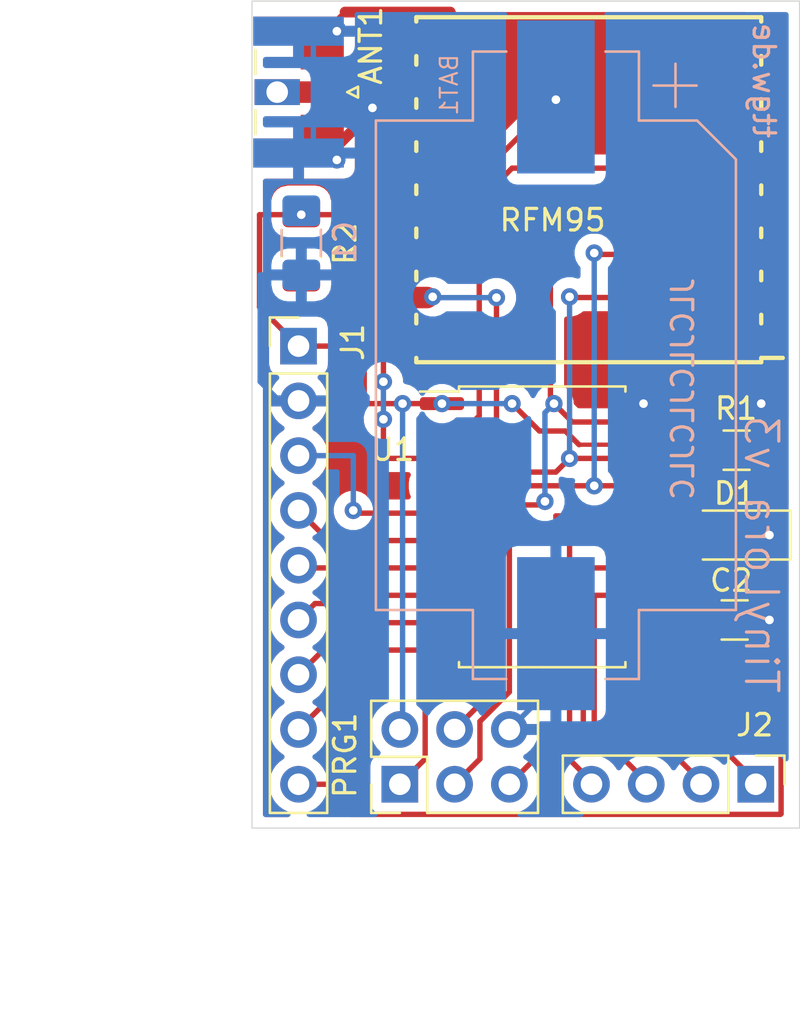
<source format=kicad_pcb>
(kicad_pcb (version 20200119) (host pcbnew "(5.99.0-1365-gd87daebb2)")

  (general
    (thickness 1.6)
    (drawings 7)
    (tracks 212)
    (modules 12)
    (nets 23)
  )

  (page "A4")
  (layers
    (0 "F.Cu" signal)
    (31 "B.Cu" signal)
    (32 "B.Adhes" user)
    (33 "F.Adhes" user)
    (34 "B.Paste" user)
    (35 "F.Paste" user)
    (36 "B.SilkS" user)
    (37 "F.SilkS" user)
    (38 "B.Mask" user)
    (39 "F.Mask" user)
    (40 "Dwgs.User" user)
    (41 "Cmts.User" user)
    (42 "Eco1.User" user)
    (43 "Eco2.User" user)
    (44 "Edge.Cuts" user)
    (45 "Margin" user)
    (46 "B.CrtYd" user)
    (47 "F.CrtYd" user)
    (48 "B.Fab" user)
    (49 "F.Fab" user)
  )

  (setup
    (last_trace_width 0.25)
    (trace_clearance 0.2)
    (zone_clearance 0.508)
    (zone_45_only no)
    (trace_min 0.2)
    (via_size 0.8)
    (via_drill 0.4)
    (via_min_size 0.4)
    (via_min_drill 0.3)
    (uvia_size 0.3)
    (uvia_drill 0.1)
    (uvias_allowed no)
    (uvia_min_size 0.2)
    (uvia_min_drill 0.1)
    (max_error 0.005)
    (defaults
      (edge_clearance 0.01)
      (edge_cuts_line_width 0.05)
      (courtyard_line_width 0.05)
      (copper_line_width 0.2)
      (copper_text_dims (size 1.5 1.5) (thickness 0.3))
      (silk_line_width 0.12)
      (silk_text_dims (size 1 1) (thickness 0.15))
      (other_layers_line_width 0.1)
      (other_layers_text_dims (size 1 1) (thickness 0.15))
      (dimension_units 0)
      (dimension_precision 1)
    )
    (pad_size 1.35 4.2)
    (pad_drill 0)
    (pad_to_mask_clearance 0.051)
    (solder_mask_min_width 0.25)
    (aux_axis_origin 0 0)
    (visible_elements FFFFFFFF)
    (pcbplotparams
      (layerselection 0x010f0_ffffffff)
      (usegerberextensions false)
      (usegerberattributes true)
      (usegerberadvancedattributes true)
      (creategerberjobfile true)
      (excludeedgelayer true)
      (linewidth 0.100000)
      (plotframeref false)
      (viasonmask false)
      (mode 1)
      (useauxorigin false)
      (hpglpennumber 1)
      (hpglpenspeed 20)
      (hpglpendiameter 15.000000)
      (psnegative false)
      (psa4output false)
      (plotreference true)
      (plotvalue true)
      (plotinvisibletext false)
      (padsonsilk false)
      (subtractmaskfromsilk false)
      (outputformat 1)
      (mirror false)
      (drillshape 0)
      (scaleselection 1)
      (outputdirectory "Gerber_v3/")
    )
  )

  (net 0 "")
  (net 1 "Net-(ANT1-Pad1)")
  (net 2 "+3V3")
  (net 3 "GND")
  (net 4 "Net-(D1-Pad2)")
  (net 5 "PB3")
  (net 6 "PB2")
  (net 7 "PB1")
  (net 8 "PB0")
  (net 9 "PA7")
  (net 10 "PC3")
  (net 11 "PC2")
  (net 12 "PC1")
  (net 13 "PC0")
  (net 14 "PB5")
  (net 15 "PB4")
  (net 16 "RST")
  (net 17 "MOSI")
  (net 18 "SCK")
  (net 19 "MISO")
  (net 20 "NSS")
  (net 21 "DIO0")
  (net 22 "DIO1")

  (net_class "Default" "Dies ist die voreingestellte Netzklasse."
    (clearance 0.2)
    (trace_width 0.25)
    (via_dia 0.8)
    (via_drill 0.4)
    (uvia_dia 0.3)
    (uvia_drill 0.1)
    (add_net "+3V3")
    (add_net "DIO0")
    (add_net "DIO1")
    (add_net "GND")
    (add_net "MISO")
    (add_net "MOSI")
    (add_net "NSS")
    (add_net "Net-(ANT1-Pad1)")
    (add_net "Net-(D1-Pad2)")
    (add_net "PA7")
    (add_net "PB0")
    (add_net "PB1")
    (add_net "PB2")
    (add_net "PB3")
    (add_net "PB4")
    (add_net "PB5")
    (add_net "PC0")
    (add_net "PC1")
    (add_net "PC2")
    (add_net "PC3")
    (add_net "RST")
    (add_net "SCK")
  )

  (module "RFM:RFM95" (layer "F.Cu") (tedit 5EA218BC) (tstamp 2adccd66-1386-43da-be78-c5d3f7237135)
    (at 112.268 46.228 180)
    (path "/00000000-0000-0000-0000-00005d664943")
    (fp_text reference "RFM95" (at 9.6774 5.588) (layer "F.SilkS")
      (effects (font (size 1 1) (thickness 0.15)))
    )
    (fp_text value "RFM95W-868S2" (at 13.5 -1.8) (layer "F.Fab")
      (effects (font (size 1 1) (thickness 0.15)))
    )
    (fp_line (start 0 15) (end 0 14.8) (layer "F.SilkS") (width 0.2))
    (fp_line (start 16 15) (end 0 15) (layer "F.SilkS") (width 0.2))
    (fp_line (start 16 14.8) (end 16 15) (layer "F.SilkS") (width 0.2))
    (fp_line (start 16 12.8) (end 16 13.2) (layer "F.SilkS") (width 0.2))
    (fp_line (start 16 10.8) (end 16 11.2) (layer "F.SilkS") (width 0.2))
    (fp_line (start 16 8.8) (end 16 9.2) (layer "F.SilkS") (width 0.2))
    (fp_line (start 16 6.8) (end 16 7.2) (layer "F.SilkS") (width 0.2))
    (fp_line (start 16 4.8) (end 16 5.2) (layer "F.SilkS") (width 0.2))
    (fp_line (start 16 2.8) (end 16 3.2) (layer "F.SilkS") (width 0.2))
    (fp_line (start 16 0.8) (end 16 1.2) (layer "F.SilkS") (width 0.2))
    (fp_line (start 16 -1) (end 16 -0.8) (layer "F.SilkS") (width 0.2))
    (fp_line (start 0 12.8) (end 0 13.2) (layer "F.SilkS") (width 0.2))
    (fp_line (start 0 -0.8) (end 0 -1) (layer "F.SilkS") (width 0.2))
    (fp_line (start -1 -0.8) (end 0 -0.8) (layer "F.SilkS") (width 0.2))
    (fp_line (start 0 1.2) (end 0 0.8) (layer "F.SilkS") (width 0.2))
    (fp_line (start 0 3.2) (end 0 2.8) (layer "F.SilkS") (width 0.2))
    (fp_line (start 0 4.8) (end 0 5.2) (layer "F.SilkS") (width 0.2))
    (fp_line (start 0 6.8) (end 0 7.2) (layer "F.SilkS") (width 0.2))
    (fp_line (start 0 8.8) (end 0 9.2) (layer "F.SilkS") (width 0.2))
    (fp_line (start 0 10.8) (end 0 11.2) (layer "F.SilkS") (width 0.2))
    (fp_line (start 0 -1) (end 16 -1) (layer "F.SilkS") (width 0.2))
    (pad "1" smd oval (at 0 0 180) (size 2 1) (layers "F.Cu" "F.Paste" "F.Mask")
      (net 3 "GND") (pinfunction "GND") (tstamp 65e2bfd6-f3cb-406c-b560-aa7a911ddba3))
    (pad "2" smd oval (at 0 2 180) (size 2 1) (layers "F.Cu" "F.Paste" "F.Mask")
      (net 19 "MISO") (pinfunction "MISO") (tstamp 6eedbd07-f058-4160-9142-8c162d647398))
    (pad "3" smd oval (at 0 4 180) (size 2 1) (layers "F.Cu" "F.Paste" "F.Mask")
      (net 17 "MOSI") (pinfunction "MOSI") (tstamp d7f45290-599b-4dc0-8428-143f20809cc2))
    (pad "4" smd oval (at 0 6 180) (size 2 1) (layers "F.Cu" "F.Paste" "F.Mask")
      (net 18 "SCK") (pinfunction "SCK") (tstamp a5c4034c-deab-4eae-8cd6-5b3bb340a77f))
    (pad "5" smd oval (at 0 8 180) (size 2 1) (layers "F.Cu" "F.Paste" "F.Mask")
      (net 20 "NSS") (pinfunction "NSS") (tstamp ba98c3a1-67ff-4a5c-873e-0b20d219a4bc))
    (pad "6" smd oval (at 0 10 180) (size 2 1) (layers "F.Cu" "F.Paste" "F.Mask")
      (pinfunction "RESET") (tstamp 6429d5a8-a7e6-406c-9c82-48d51e0c081b))
    (pad "7" smd oval (at 0 12 180) (size 2 1) (layers "F.Cu" "F.Paste" "F.Mask")
      (pinfunction "DIO5") (tstamp 3d3a44c9-fdd5-4c75-bcd0-bbda3649e380))
    (pad "8" smd oval (at 0 14 180) (size 2 1) (layers "F.Cu" "F.Paste" "F.Mask")
      (net 3 "GND") (pinfunction "GND") (tstamp 3903414d-d9a9-4d20-98fe-1842b04f5cd6))
    (pad "9" smd oval (at 16 14 180) (size 2 1) (layers "F.Cu" "F.Paste" "F.Mask")
      (net 1 "Net-(ANT1-Pad1)") (pinfunction "ANT") (tstamp 7a4891ab-d011-4db7-acf6-0d4c2ec3add9))
    (pad "10" smd oval (at 16 12 180) (size 2 1) (layers "F.Cu" "F.Paste" "F.Mask")
      (net 3 "GND") (pinfunction "GND") (tstamp 2a9b8410-bdc1-4be5-9ac0-5d90ab5a6ec9))
    (pad "11" smd oval (at 16 10 180) (size 2 1) (layers "F.Cu" "F.Paste" "F.Mask")
      (pinfunction "DIO3") (tstamp 28f2b9c4-eda7-413d-bb79-cf3fb3278c9e))
    (pad "12" smd oval (at 16 8 180) (size 2 1) (layers "F.Cu" "F.Paste" "F.Mask")
      (pinfunction "DIO4") (tstamp a1a9bb01-5e32-47e5-bad5-287f3ef4ce61))
    (pad "13" smd oval (at 16 6 180) (size 2 1) (layers "F.Cu" "F.Paste" "F.Mask")
      (net 2 "+3V3") (pinfunction "3.3V") (tstamp 70a0d090-1248-42ed-b216-137cfae4ffc5))
    (pad "14" smd oval (at 16 4 180) (size 2 1) (layers "F.Cu" "F.Paste" "F.Mask")
      (net 21 "DIO0") (pinfunction "DIO0") (tstamp 542f5dd5-22c3-4b8f-b44d-55c2f1e2d92e))
    (pad "15" smd oval (at 16 2 180) (size 2 1) (layers "F.Cu" "F.Paste" "F.Mask")
      (net 22 "DIO1") (pinfunction "DIO1") (tstamp be18873b-6099-461d-a0ed-99a6d61bd017))
    (pad "16" smd oval (at 16 0 180) (size 2 1) (layers "F.Cu" "F.Paste" "F.Mask")
      (pinfunction "DIO2") (tstamp eb600661-5f15-40f7-954b-a662d14f6623))
    (model "${KIPRJMOD}/kicad_libs/RFM95/RFM95.wrl"
      (offset (xyz 16 -14.9 0))
      (scale (xyz 0.39 0.39 0.39))
      (rotate (xyz -90 0 180))
    )
  )

  (module "Connector_PinHeader_2.54mm:PinHeader_1x04_P2.54mm_Vertical" (layer "F.Cu") (tedit 59FED5CC) (tstamp 37ad0759-c2e2-4ffc-aec5-8feeae67c052)
    (at 112.014 66.802 -90)
    (descr "Through hole straight pin header, 1x04, 2.54mm pitch, single row")
    (tags "Through hole pin header THT 1x04 2.54mm single row")
    (path "/00000000-0000-0000-0000-00005ea220ba")
    (fp_text reference "J2" (at -2.7432 0.0508) (layer "F.SilkS")
      (effects (font (size 1 1) (thickness 0.15)))
    )
    (fp_text value "Conn_01x04_Male-Connector" (at 0 9.95 90) (layer "F.Fab")
      (effects (font (size 1 1) (thickness 0.15)))
    )
    (fp_line (start -0.635 -1.27) (end 1.27 -1.27) (layer "F.Fab") (width 0.1))
    (fp_line (start 1.27 -1.27) (end 1.27 8.89) (layer "F.Fab") (width 0.1))
    (fp_line (start 1.27 8.89) (end -1.27 8.89) (layer "F.Fab") (width 0.1))
    (fp_line (start -1.27 8.89) (end -1.27 -0.635) (layer "F.Fab") (width 0.1))
    (fp_line (start -1.27 -0.635) (end -0.635 -1.27) (layer "F.Fab") (width 0.1))
    (fp_line (start -1.33 8.95) (end 1.33 8.95) (layer "F.SilkS") (width 0.12))
    (fp_line (start -1.33 1.27) (end -1.33 8.95) (layer "F.SilkS") (width 0.12))
    (fp_line (start 1.33 1.27) (end 1.33 8.95) (layer "F.SilkS") (width 0.12))
    (fp_line (start -1.33 1.27) (end 1.33 1.27) (layer "F.SilkS") (width 0.12))
    (fp_line (start -1.33 0) (end -1.33 -1.33) (layer "F.SilkS") (width 0.12))
    (fp_line (start -1.33 -1.33) (end 0 -1.33) (layer "F.SilkS") (width 0.12))
    (fp_line (start -1.8 -1.8) (end -1.8 9.4) (layer "F.CrtYd") (width 0.05))
    (fp_line (start -1.8 9.4) (end 1.8 9.4) (layer "F.CrtYd") (width 0.05))
    (fp_line (start 1.8 9.4) (end 1.8 -1.8) (layer "F.CrtYd") (width 0.05))
    (fp_line (start 1.8 -1.8) (end -1.8 -1.8) (layer "F.CrtYd") (width 0.05))
    (fp_text user "${REFERENCE}" (at 0 3.81) (layer "F.Fab")
      (effects (font (size 1 1) (thickness 0.15)))
    )
    (pad "4" thru_hole oval (at 0 7.62 270) (size 1.7 1.7) (drill 1) (layers *.Cu *.Mask)
      (net 10 "PC3") (pinfunction "Pin_4") (tstamp 89ff0227-0c9f-42c7-bd83-524465156002))
    (pad "3" thru_hole oval (at 0 5.08 270) (size 1.7 1.7) (drill 1) (layers *.Cu *.Mask)
      (net 11 "PC2") (pinfunction "Pin_3") (tstamp 66222f5e-830a-4969-929c-a4cdae079bc0))
    (pad "2" thru_hole oval (at 0 2.54 270) (size 1.7 1.7) (drill 1) (layers *.Cu *.Mask)
      (net 12 "PC1") (pinfunction "Pin_2") (tstamp 653936a0-c995-49d5-aced-645334568dcb))
    (pad "1" thru_hole rect (at 0 0 270) (size 1.7 1.7) (drill 1) (layers *.Cu *.Mask)
      (net 13 "PC0") (pinfunction "Pin_1") (tstamp bd1ede22-93f4-444f-99cf-3e0fedf978fb))
    (model "${KISYS3DMOD}/Connector_PinHeader_2.54mm.3dshapes/PinHeader_1x04_P2.54mm_Vertical.wrl"
      (at (xyz 0 0 0))
      (scale (xyz 1 1 1))
      (rotate (xyz 0 0 0))
    )
  )

  (module "Connector_PinHeader_2.54mm:PinHeader_1x09_P2.54mm_Vertical" (layer "F.Cu") (tedit 59FED5CC) (tstamp 5878ef79-5a4c-4cbe-9249-c705b0487de0)
    (at 90.805 46.482)
    (descr "Through hole straight pin header, 1x09, 2.54mm pitch, single row")
    (tags "Through hole pin header THT 1x09 2.54mm single row")
    (path "/00000000-0000-0000-0000-00005ea21977")
    (fp_text reference "J1" (at 2.5146 -0.1778 -90) (layer "F.SilkS")
      (effects (font (size 1 1) (thickness 0.15)))
    )
    (fp_text value "Conn_01x09_Male-Connector" (at 0 22.65) (layer "F.Fab")
      (effects (font (size 1 1) (thickness 0.15)))
    )
    (fp_line (start -0.635 -1.27) (end 1.27 -1.27) (layer "F.Fab") (width 0.1))
    (fp_line (start 1.27 -1.27) (end 1.27 21.59) (layer "F.Fab") (width 0.1))
    (fp_line (start 1.27 21.59) (end -1.27 21.59) (layer "F.Fab") (width 0.1))
    (fp_line (start -1.27 21.59) (end -1.27 -0.635) (layer "F.Fab") (width 0.1))
    (fp_line (start -1.27 -0.635) (end -0.635 -1.27) (layer "F.Fab") (width 0.1))
    (fp_line (start -1.33 21.65) (end 1.33 21.65) (layer "F.SilkS") (width 0.12))
    (fp_line (start -1.33 1.27) (end -1.33 21.65) (layer "F.SilkS") (width 0.12))
    (fp_line (start 1.33 1.27) (end 1.33 21.65) (layer "F.SilkS") (width 0.12))
    (fp_line (start -1.33 1.27) (end 1.33 1.27) (layer "F.SilkS") (width 0.12))
    (fp_line (start -1.33 0) (end -1.33 -1.33) (layer "F.SilkS") (width 0.12))
    (fp_line (start -1.33 -1.33) (end 0 -1.33) (layer "F.SilkS") (width 0.12))
    (fp_line (start -1.8 -1.8) (end -1.8 22.1) (layer "F.CrtYd") (width 0.05))
    (fp_line (start -1.8 22.1) (end 1.8 22.1) (layer "F.CrtYd") (width 0.05))
    (fp_line (start 1.8 22.1) (end 1.8 -1.8) (layer "F.CrtYd") (width 0.05))
    (fp_line (start 1.8 -1.8) (end -1.8 -1.8) (layer "F.CrtYd") (width 0.05))
    (fp_text user "${REFERENCE}" (at 0 10.16 90) (layer "F.Fab")
      (effects (font (size 1 1) (thickness 0.15)))
    )
    (pad "9" thru_hole oval (at 0 20.32) (size 1.7 1.7) (drill 1) (layers *.Cu *.Mask)
      (net 8 "PB0") (pinfunction "Pin_9") (tstamp b4c28213-d1c0-42b5-94bd-b3bc91907440))
    (pad "8" thru_hole oval (at 0 17.78) (size 1.7 1.7) (drill 1) (layers *.Cu *.Mask)
      (net 7 "PB1") (pinfunction "Pin_8") (tstamp a5caaaef-9ade-46a1-a892-68f99bcbe232))
    (pad "7" thru_hole oval (at 0 15.24) (size 1.7 1.7) (drill 1) (layers *.Cu *.Mask)
      (net 6 "PB2") (pinfunction "Pin_7") (tstamp 95d2e8c1-559c-4759-ad14-1c59aa9f215b))
    (pad "6" thru_hole oval (at 0 12.7) (size 1.7 1.7) (drill 1) (layers *.Cu *.Mask)
      (net 5 "PB3") (pinfunction "Pin_6") (tstamp 3f0a1dfe-3050-48d4-ae46-37f190192343))
    (pad "5" thru_hole oval (at 0 10.16) (size 1.7 1.7) (drill 1) (layers *.Cu *.Mask)
      (net 15 "PB4") (pinfunction "Pin_5") (tstamp aee3c6e2-bfca-46ea-8da8-9c1e71bb3311))
    (pad "4" thru_hole oval (at 0 7.62) (size 1.7 1.7) (drill 1) (layers *.Cu *.Mask)
      (net 14 "PB5") (pinfunction "Pin_4") (tstamp 6a5004d7-81cd-4720-b65c-7be92b292e26))
    (pad "3" thru_hole oval (at 0 5.08) (size 1.7 1.7) (drill 1) (layers *.Cu *.Mask)
      (net 9 "PA7") (pinfunction "Pin_3") (tstamp ae29c590-e8a4-4e84-984d-06463f54362e))
    (pad "2" thru_hole oval (at 0 2.54) (size 1.7 1.7) (drill 1) (layers *.Cu *.Mask)
      (net 3 "GND") (pinfunction "Pin_2") (tstamp c9cabc93-0b14-4e56-b132-f468fb794110))
    (pad "1" thru_hole rect (at 0 0) (size 1.7 1.7) (drill 1) (layers *.Cu *.Mask)
      (net 2 "+3V3") (pinfunction "Pin_1") (tstamp dccea89e-021e-4eeb-a7fe-f3f798cad961))
    (model "${KISYS3DMOD}/Connector_PinHeader_2.54mm.3dshapes/PinHeader_1x09_P2.54mm_Vertical.wrl"
      (at (xyz 0 0 0))
      (scale (xyz 1 1 1))
      (rotate (xyz 0 0 0))
    )
  )

  (module "battery_holder:BatteryHolder_Keystone_1060_1x2032_Long_Pad" (layer "B.Cu") (tedit 5E2D666C) (tstamp 9d7153da-edd0-4d40-a819-05ccb6e910e8)
    (at 102.743 47.371 -90)
    (descr "http://www.keyelco.com/product-pdf.cfm?p=726")
    (tags "CR2032 BR2032 BatteryHolder Battery")
    (path "/00000000-0000-0000-0000-00005d6f40ee")
    (attr smd)
    (fp_text reference "BAT1" (at -13.0048 4.953 -90) (layer "B.SilkS")
      (effects (font (size 0.8 0.8) (thickness 0.1)) (justify mirror))
    )
    (fp_text value "Battery_Cell" (at 0 11.75 90) (layer "B.Fab")
      (effects (font (size 1 1) (thickness 0.15)) (justify mirror))
    )
    (fp_circle (center 0 0) (end -10.2 0) (layer "Dwgs.User") (width 0.3))
    (fp_line (start 11 -8) (end -9.4 -8) (layer "B.Fab") (width 0.1))
    (fp_line (start 11 8) (end -11 8) (layer "B.Fab") (width 0.1))
    (fp_line (start 11 -8) (end 11 -3.5) (layer "B.Fab") (width 0.1))
    (fp_line (start 11 8) (end 11 3.5) (layer "B.Fab") (width 0.1))
    (fp_line (start -11 8) (end -11 3.5) (layer "B.Fab") (width 0.1))
    (fp_line (start -11 -6.4) (end -11 -3.5) (layer "B.Fab") (width 0.1))
    (fp_line (start -11 -3.5) (end -14.2 -3.5) (layer "B.Fab") (width 0.1))
    (fp_line (start -14.2 -3.5) (end -14.2 3.5) (layer "B.Fab") (width 0.1))
    (fp_line (start -14.2 3.5) (end -11 3.5) (layer "B.Fab") (width 0.1))
    (fp_line (start 11 -3.5) (end 14.2 -3.5) (layer "B.Fab") (width 0.1))
    (fp_line (start 14.2 -3.5) (end 14.2 3.5) (layer "B.Fab") (width 0.1))
    (fp_line (start 14.2 3.5) (end 11 3.5) (layer "B.Fab") (width 0.1))
    (fp_line (start -9.4 -8) (end -11 -6.4) (layer "B.Fab") (width 0.1))
    (fp_line (start 11.35 -3.85) (end 14.55 -3.85) (layer "B.SilkS") (width 0.12))
    (fp_line (start 14.55 -3.85) (end 14.55 -2.3) (layer "B.SilkS") (width 0.12))
    (fp_line (start 11.35 -8.35) (end 11.35 -3.85) (layer "B.SilkS") (width 0.12))
    (fp_line (start 11.35 -8.35) (end -9.55 -8.35) (layer "B.SilkS") (width 0.12))
    (fp_line (start -11.35 -6.55) (end -11.35 -3.85) (layer "B.SilkS") (width 0.12))
    (fp_line (start -9.55 -8.35) (end -11.35 -6.55) (layer "B.SilkS") (width 0.12))
    (fp_line (start -11.35 -3.85) (end -14.55 -3.85) (layer "B.SilkS") (width 0.12))
    (fp_line (start -14.55 -3.85) (end -14.55 -2.3) (layer "B.SilkS") (width 0.12))
    (fp_line (start -11.35 3.85) (end -14.55 3.85) (layer "B.SilkS") (width 0.12))
    (fp_line (start -14.55 3.85) (end -14.55 2.3) (layer "B.SilkS") (width 0.12))
    (fp_line (start 11.35 3.85) (end 14.55 3.85) (layer "B.SilkS") (width 0.12))
    (fp_line (start 14.55 3.85) (end 14.55 2.3) (layer "B.SilkS") (width 0.12))
    (fp_line (start -11.35 8.35) (end 11.35 8.35) (layer "B.SilkS") (width 0.12))
    (fp_line (start -11.35 8.35) (end -11.35 3.85) (layer "B.SilkS") (width 0.12))
    (fp_line (start 11.35 8.35) (end 11.35 3.85) (layer "B.SilkS") (width 0.12))
    (fp_arc (start 0 0) (end -6.5 -8.5) (angle 74.81070976) (layer "B.CrtYd") (width 0.05))
    (fp_line (start 11.5 -8.5) (end 6.5 -8.5) (layer "B.CrtYd") (width 0.05))
    (fp_line (start -6.5 -8.5) (end -11.5 -8.5) (layer "B.CrtYd") (width 0.05))
    (fp_line (start -11.5 -4) (end -11.5 -8.5) (layer "B.CrtYd") (width 0.05))
    (fp_line (start -14.7 -4) (end -11.5 -4) (layer "B.CrtYd") (width 0.05))
    (fp_line (start -14.7 -4) (end -14.7 -2.3) (layer "B.CrtYd") (width 0.05))
    (fp_line (start -14.7 -2.3) (end -16.45 -2.3) (layer "B.CrtYd") (width 0.05))
    (fp_line (start -16.45 -2.3) (end -16.45 2.3) (layer "B.CrtYd") (width 0.05))
    (fp_line (start -14.7 2.3) (end -16.45 2.3) (layer "B.CrtYd") (width 0.05))
    (fp_line (start -14.7 2.3) (end -14.7 4) (layer "B.CrtYd") (width 0.05))
    (fp_line (start -14.7 4) (end -11.5 4) (layer "B.CrtYd") (width 0.05))
    (fp_line (start -11.5 4) (end -11.5 8.5) (layer "B.CrtYd") (width 0.05))
    (fp_line (start -11.5 8.5) (end -6.5 8.5) (layer "B.CrtYd") (width 0.05))
    (fp_line (start 11.5 8.5) (end 11.5 4) (layer "B.CrtYd") (width 0.05))
    (fp_line (start 11.5 4) (end 14.7 4) (layer "B.CrtYd") (width 0.05))
    (fp_line (start 14.7 4) (end 14.7 2.3) (layer "B.CrtYd") (width 0.05))
    (fp_line (start 14.7 2.3) (end 16.45 2.3) (layer "B.CrtYd") (width 0.05))
    (fp_line (start 16.45 2.3) (end 16.45 -2.3) (layer "B.CrtYd") (width 0.05))
    (fp_line (start 16.45 -2.3) (end 14.7 -2.3) (layer "B.CrtYd") (width 0.05))
    (fp_line (start 14.7 -2.3) (end 14.7 -4) (layer "B.CrtYd") (width 0.05))
    (fp_line (start 14.7 -4) (end 11.5 -4) (layer "B.CrtYd") (width 0.05))
    (fp_line (start 11.5 -4) (end 11.5 -8.5) (layer "B.CrtYd") (width 0.05))
    (fp_arc (start 0 0) (end 6.5 8.5) (angle 74.81070976) (layer "B.CrtYd") (width 0.05))
    (fp_line (start 11.5 8.5) (end 6.5 8.5) (layer "B.CrtYd") (width 0.05))
    (fp_text user "BAT" (at 0 0 90) (layer "B.Fab") hide
      (effects (font (size 1 1) (thickness 0.15)) (justify mirror))
    )
    (fp_line (start -12.97432 -4.5278) (end -12.97432 -6.5278) (layer "B.SilkS") (width 0.12))
    (fp_line (start -11.98524 -5.54736) (end -13.98524 -5.54736) (layer "B.SilkS") (width 0.12))
    (pad "1" smd rect (at -12.446 0 90) (size 7.1 3.6) (layers "B.Cu" "B.Paste" "B.Mask")
      (net 2 "+3V3") (pinfunction "+") (tstamp e7c3ab3c-85dd-483d-b130-8e19e151a99a))
    (pad "2" smd rect (at 12.446 0 90) (size 7.1 3.6) (layers "B.Cu" "B.Paste" "B.Mask")
      (net 3 "GND") (pinfunction "-") (tstamp 3203a800-62c3-4671-b80a-35daffda43f0))
    (model "${KISYS3DMOD}/Battery.3dshapes/BatteryHolder_Keystone_1060_1x2032.wrl"
      (at (xyz 0 0 0))
      (scale (xyz 1 1 1))
      (rotate (xyz 0 0 0))
    )
  )

  (module "Capacitor_SMD:C_1206_3216Metric_Pad1.42x1.75mm_HandSolder" (layer "F.Cu") (tedit 5B301BBE) (tstamp 0716afc0-235f-419f-8fc4-a2daae6fd421)
    (at 111.0345 59.182)
    (descr "Capacitor SMD 1206 (3216 Metric), square (rectangular) end terminal, IPC_7351 nominal with elongated pad for handsoldering. (Body size source: http://www.tortai-tech.com/upload/download/2011102023233369053.pdf), generated with kicad-footprint-generator")
    (tags "capacitor handsolder")
    (path "/00000000-0000-0000-0000-00005d694e97")
    (attr smd)
    (fp_text reference "C2" (at -0.1635 -1.8288) (layer "F.SilkS")
      (effects (font (size 1 1) (thickness 0.15)))
    )
    (fp_text value "100n" (at 0 1.82) (layer "F.Fab")
      (effects (font (size 1 1) (thickness 0.15)))
    )
    (fp_line (start -1.6 0.8) (end -1.6 -0.8) (layer "F.Fab") (width 0.1))
    (fp_line (start -1.6 -0.8) (end 1.6 -0.8) (layer "F.Fab") (width 0.1))
    (fp_line (start 1.6 -0.8) (end 1.6 0.8) (layer "F.Fab") (width 0.1))
    (fp_line (start 1.6 0.8) (end -1.6 0.8) (layer "F.Fab") (width 0.1))
    (fp_line (start -0.602064 -0.91) (end 0.602064 -0.91) (layer "F.SilkS") (width 0.12))
    (fp_line (start -0.602064 0.91) (end 0.602064 0.91) (layer "F.SilkS") (width 0.12))
    (fp_line (start -2.45 1.12) (end -2.45 -1.12) (layer "F.CrtYd") (width 0.05))
    (fp_line (start -2.45 -1.12) (end 2.45 -1.12) (layer "F.CrtYd") (width 0.05))
    (fp_line (start 2.45 -1.12) (end 2.45 1.12) (layer "F.CrtYd") (width 0.05))
    (fp_line (start 2.45 1.12) (end -2.45 1.12) (layer "F.CrtYd") (width 0.05))
    (fp_text user "${REFERENCE}" (at 0 0) (layer "F.Fab")
      (effects (font (size 0.8 0.8) (thickness 0.12)))
    )
    (pad "2" smd roundrect (at 1.4875 0) (size 1.425 1.75) (layers "F.Cu" "F.Paste" "F.Mask") (roundrect_rratio 0.1754385964912281)
      (net 3 "GND") (tstamp 146fca88-a09d-4cac-ad09-6f2f3b16f70f))
    (pad "1" smd roundrect (at -1.4875 0) (size 1.425 1.75) (layers "F.Cu" "F.Paste" "F.Mask") (roundrect_rratio 0.1754385964912281)
      (net 2 "+3V3") (tstamp 42efd1c3-a828-43b0-a0ca-b9f648d481e1))
    (model "${KISYS3DMOD}/Capacitor_SMD.3dshapes/C_1206_3216Metric.wrl"
      (at (xyz 0 0 0))
      (scale (xyz 1 1 1))
      (rotate (xyz 0 0 0))
    )
  )

  (module "Package_SO:SOIC-20W_7.5x12.8mm_P1.27mm" (layer "F.Cu") (tedit 5D9F72B1) (tstamp 4d88a77c-1cbb-46f9-8c4c-d506b7453540)
    (at 102.108 54.864)
    (descr "SOIC, 20 Pin (JEDEC MS-013AC, https://www.analog.com/media/en/package-pcb-resources/package/233848rw_20.pdf), generated with kicad-footprint-generator ipc_gullwing_generator.py")
    (tags "SOIC SO")
    (path "/00000000-0000-0000-0000-00005e9fca2b")
    (attr smd)
    (fp_text reference "U1" (at -6.9342 -3.5814) (layer "F.SilkS")
      (effects (font (size 1 1) (thickness 0.15)))
    )
    (fp_text value "ATtiny3216-S" (at 0 7.35) (layer "F.Fab")
      (effects (font (size 1 1) (thickness 0.15)))
    )
    (fp_line (start 0 6.51) (end 3.86 6.51) (layer "F.SilkS") (width 0.12))
    (fp_line (start 3.86 6.51) (end 3.86 6.275) (layer "F.SilkS") (width 0.12))
    (fp_line (start 0 6.51) (end -3.86 6.51) (layer "F.SilkS") (width 0.12))
    (fp_line (start -3.86 6.51) (end -3.86 6.275) (layer "F.SilkS") (width 0.12))
    (fp_line (start 0 -6.51) (end 3.86 -6.51) (layer "F.SilkS") (width 0.12))
    (fp_line (start 3.86 -6.51) (end 3.86 -6.275) (layer "F.SilkS") (width 0.12))
    (fp_line (start 0 -6.51) (end -3.86 -6.51) (layer "F.SilkS") (width 0.12))
    (fp_line (start -3.86 -6.51) (end -3.86 -6.275) (layer "F.SilkS") (width 0.12))
    (fp_line (start -3.86 -6.275) (end -5.675 -6.275) (layer "F.SilkS") (width 0.12))
    (fp_line (start -2.75 -6.4) (end 3.75 -6.4) (layer "F.Fab") (width 0.1))
    (fp_line (start 3.75 -6.4) (end 3.75 6.4) (layer "F.Fab") (width 0.1))
    (fp_line (start 3.75 6.4) (end -3.75 6.4) (layer "F.Fab") (width 0.1))
    (fp_line (start -3.75 6.4) (end -3.75 -5.4) (layer "F.Fab") (width 0.1))
    (fp_line (start -3.75 -5.4) (end -2.75 -6.4) (layer "F.Fab") (width 0.1))
    (fp_line (start -5.93 -6.65) (end -5.93 6.65) (layer "F.CrtYd") (width 0.05))
    (fp_line (start -5.93 6.65) (end 5.93 6.65) (layer "F.CrtYd") (width 0.05))
    (fp_line (start 5.93 6.65) (end 5.93 -6.65) (layer "F.CrtYd") (width 0.05))
    (fp_line (start 5.93 -6.65) (end -5.93 -6.65) (layer "F.CrtYd") (width 0.05))
    (fp_text user "${REFERENCE}" (at 0 0) (layer "F.Fab")
      (effects (font (size 1 1) (thickness 0.15)))
    )
    (pad "20" smd roundrect (at 4.65 -5.715) (size 2.05 0.6) (layers "F.Cu" "F.Paste" "F.Mask") (roundrect_rratio 0.25)
      (net 3 "GND") (pinfunction "GND") (tstamp 31abd79c-ea39-4bb3-b4aa-7cd358fb4841))
    (pad "19" smd roundrect (at 4.65 -4.445) (size 2.05 0.6) (layers "F.Cu" "F.Paste" "F.Mask") (roundrect_rratio 0.25)
      (net 18 "SCK") (pinfunction "PA3") (tstamp 1a0f0c57-2ba9-42cb-92f5-439d574f529c))
    (pad "18" smd roundrect (at 4.65 -3.175) (size 2.05 0.6) (layers "F.Cu" "F.Paste" "F.Mask") (roundrect_rratio 0.25)
      (net 19 "MISO") (pinfunction "PA2") (tstamp 40ee2889-6f8c-4dbd-a188-41333afa61ef))
    (pad "17" smd roundrect (at 4.65 -1.905) (size 2.05 0.6) (layers "F.Cu" "F.Paste" "F.Mask") (roundrect_rratio 0.25)
      (net 17 "MOSI") (pinfunction "PA1") (tstamp d0c2aa0b-d7b5-47a1-b677-f56b2d241d3c))
    (pad "16" smd roundrect (at 4.65 -0.635) (size 2.05 0.6) (layers "F.Cu" "F.Paste" "F.Mask") (roundrect_rratio 0.25)
      (net 16 "RST") (pinfunction "~RESET~/PA0") (tstamp d301939f-9104-4e63-b03d-bd0e16da1ba3))
    (pad "15" smd roundrect (at 4.65 0.635) (size 2.05 0.6) (layers "F.Cu" "F.Paste" "F.Mask") (roundrect_rratio 0.25)
      (net 10 "PC3") (pinfunction "PC3") (tstamp 2056fb02-4380-4a43-88bb-42b97ca53f44))
    (pad "14" smd roundrect (at 4.65 1.905) (size 2.05 0.6) (layers "F.Cu" "F.Paste" "F.Mask") (roundrect_rratio 0.25)
      (net 11 "PC2") (pinfunction "PC2") (tstamp a05f0d30-3657-4b82-8b0e-be235a25e8bd))
    (pad "13" smd roundrect (at 4.65 3.175) (size 2.05 0.6) (layers "F.Cu" "F.Paste" "F.Mask") (roundrect_rratio 0.25)
      (net 12 "PC1") (pinfunction "PC1") (tstamp c3e5069c-aac3-41b4-8846-779081e4e931))
    (pad "12" smd roundrect (at 4.65 4.445) (size 2.05 0.6) (layers "F.Cu" "F.Paste" "F.Mask") (roundrect_rratio 0.25)
      (net 13 "PC0") (pinfunction "PC0") (tstamp d8088b8b-1e1a-47c2-9e31-5d4688f65193))
    (pad "11" smd roundrect (at 4.65 5.715) (size 2.05 0.6) (layers "F.Cu" "F.Paste" "F.Mask") (roundrect_rratio 0.25)
      (net 8 "PB0") (pinfunction "PB0") (tstamp 1d27cb18-6e2c-4cfd-bc9b-a1572fa81cec))
    (pad "10" smd roundrect (at -4.65 5.715) (size 2.05 0.6) (layers "F.Cu" "F.Paste" "F.Mask") (roundrect_rratio 0.25)
      (net 7 "PB1") (pinfunction "PB1") (tstamp 819ae954-ffc7-43d0-bceb-0834b27245d2))
    (pad "9" smd roundrect (at -4.65 4.445) (size 2.05 0.6) (layers "F.Cu" "F.Paste" "F.Mask") (roundrect_rratio 0.25)
      (net 6 "PB2") (pinfunction "PB2") (tstamp 7938d542-b6b2-4645-bba4-dee323062f04))
    (pad "8" smd roundrect (at -4.65 3.175) (size 2.05 0.6) (layers "F.Cu" "F.Paste" "F.Mask") (roundrect_rratio 0.25)
      (net 5 "PB3") (pinfunction "PB3") (tstamp ad1b9a94-5f8c-4af4-b99f-8f5e401af453))
    (pad "7" smd roundrect (at -4.65 1.905) (size 2.05 0.6) (layers "F.Cu" "F.Paste" "F.Mask") (roundrect_rratio 0.25)
      (net 15 "PB4") (pinfunction "PB4") (tstamp a5851300-a827-4338-a7d3-22798b00677a))
    (pad "6" smd roundrect (at -4.65 0.635) (size 2.05 0.6) (layers "F.Cu" "F.Paste" "F.Mask") (roundrect_rratio 0.25)
      (net 14 "PB5") (pinfunction "PB5") (tstamp 2e428118-f79a-4841-9cc9-dbdd4f26ff7c))
    (pad "5" smd roundrect (at -4.65 -0.635) (size 2.05 0.6) (layers "F.Cu" "F.Paste" "F.Mask") (roundrect_rratio 0.25)
      (net 9 "PA7") (pinfunction "PA7") (tstamp cd035f4e-a594-4061-b014-a7e56598c9be))
    (pad "4" smd roundrect (at -4.65 -1.905) (size 2.05 0.6) (layers "F.Cu" "F.Paste" "F.Mask") (roundrect_rratio 0.25)
      (net 22 "DIO1") (pinfunction "PA6") (tstamp 577b96d8-83c9-496a-807f-8d306051fd6c))
    (pad "3" smd roundrect (at -4.65 -3.175) (size 2.05 0.6) (layers "F.Cu" "F.Paste" "F.Mask") (roundrect_rratio 0.25)
      (net 20 "NSS") (pinfunction "PA5") (tstamp ff616263-7177-4318-81b5-355d7fcd3478))
    (pad "2" smd roundrect (at -4.65 -4.445) (size 2.05 0.6) (layers "F.Cu" "F.Paste" "F.Mask") (roundrect_rratio 0.25)
      (net 21 "DIO0") (pinfunction "PA4") (tstamp faf51692-d163-468a-9436-3c7695d3e902))
    (pad "1" smd roundrect (at -4.65 -5.715) (size 2.05 0.6) (layers "F.Cu" "F.Paste" "F.Mask") (roundrect_rratio 0.25)
      (net 2 "+3V3") (pinfunction "VCC") (tstamp 15b0553d-0370-4891-a835-0077f0ea3cdf))
    (model "${KISYS3DMOD}/Package_SO.3dshapes/SOIC-20W_7.5x12.8mm_P1.27mm.wrl"
      (at (xyz 0 0 0))
      (scale (xyz 1 1 1))
      (rotate (xyz 0 0 0))
    )
  )

  (module "Resistor_SMD:R_1206_3216Metric_Pad1.42x1.75mm_HandSolder" (layer "F.Cu") (tedit 5B301BBD) (tstamp f3631681-075a-44c2-849d-f7e9b08a97cd)
    (at 90.932 41.7465 90)
    (descr "Resistor SMD 1206 (3216 Metric), square (rectangular) end terminal, IPC_7351 nominal with elongated pad for handsoldering. (Body size source: http://www.tortai-tech.com/upload/download/2011102023233369053.pdf), generated with kicad-footprint-generator")
    (tags "resistor handsolder")
    (path "/00000000-0000-0000-0000-00005e0cabaf")
    (attr smd)
    (fp_text reference "R2" (at 0.0143 2.032 -90) (layer "F.SilkS")
      (effects (font (size 1 1) (thickness 0.15)))
    )
    (fp_text value "47K" (at 0 1.82 90) (layer "F.Fab")
      (effects (font (size 1 1) (thickness 0.15)))
    )
    (fp_line (start -1.6 0.8) (end -1.6 -0.8) (layer "F.Fab") (width 0.1))
    (fp_line (start -1.6 -0.8) (end 1.6 -0.8) (layer "F.Fab") (width 0.1))
    (fp_line (start 1.6 -0.8) (end 1.6 0.8) (layer "F.Fab") (width 0.1))
    (fp_line (start 1.6 0.8) (end -1.6 0.8) (layer "F.Fab") (width 0.1))
    (fp_line (start -0.602064 -0.91) (end 0.602064 -0.91) (layer "F.SilkS") (width 0.12))
    (fp_line (start -0.602064 0.91) (end 0.602064 0.91) (layer "F.SilkS") (width 0.12))
    (fp_line (start -2.45 1.12) (end -2.45 -1.12) (layer "F.CrtYd") (width 0.05))
    (fp_line (start -2.45 -1.12) (end 2.45 -1.12) (layer "F.CrtYd") (width 0.05))
    (fp_line (start 2.45 -1.12) (end 2.45 1.12) (layer "F.CrtYd") (width 0.05))
    (fp_line (start 2.45 1.12) (end -2.45 1.12) (layer "F.CrtYd") (width 0.05))
    (fp_text user "${REFERENCE}" (at 0 0 90) (layer "F.Fab")
      (effects (font (size 0.8 0.8) (thickness 0.12)))
    )
    (pad "2" smd roundrect (at 1.4875 0 90) (size 1.425 1.75) (layers "F.Cu" "F.Paste" "F.Mask") (roundrect_rratio 0.1754385964912281)
      (net 2 "+3V3") (tstamp d9f1d92c-1ace-428c-a01a-f097d33edcea))
    (pad "1" smd roundrect (at -1.4875 0 90) (size 1.425 1.75) (layers "F.Cu" "F.Paste" "F.Mask") (roundrect_rratio 0.1754385964912281)
      (net 20 "NSS") (tstamp 39a1438d-ba4d-4339-8f8b-fccf20719718))
    (model "${KISYS3DMOD}/Resistor_SMD.3dshapes/R_1206_3216Metric.wrl"
      (at (xyz 0 0 0))
      (scale (xyz 1 1 1))
      (rotate (xyz 0 0 0))
    )
  )

  (module "Resistor_SMD:R_1206_3216Metric_Pad1.42x1.75mm_HandSolder" (layer "F.Cu") (tedit 5B301BBD) (tstamp e7080450-da85-4ee7-a2fa-3f1686a9ad02)
    (at 111.125 51.308)
    (descr "Resistor SMD 1206 (3216 Metric), square (rectangular) end terminal, IPC_7351 nominal with elongated pad for handsoldering. (Body size source: http://www.tortai-tech.com/upload/download/2011102023233369053.pdf), generated with kicad-footprint-generator")
    (tags "resistor handsolder")
    (path "/00000000-0000-0000-0000-00005d6827f4")
    (attr smd)
    (fp_text reference "R1" (at -0.0254 -1.9304) (layer "F.SilkS")
      (effects (font (size 1 1) (thickness 0.15)))
    )
    (fp_text value "100" (at 0 1.82) (layer "F.Fab")
      (effects (font (size 1 1) (thickness 0.15)))
    )
    (fp_line (start -1.6 0.8) (end -1.6 -0.8) (layer "F.Fab") (width 0.1))
    (fp_line (start -1.6 -0.8) (end 1.6 -0.8) (layer "F.Fab") (width 0.1))
    (fp_line (start 1.6 -0.8) (end 1.6 0.8) (layer "F.Fab") (width 0.1))
    (fp_line (start 1.6 0.8) (end -1.6 0.8) (layer "F.Fab") (width 0.1))
    (fp_line (start -0.602064 -0.91) (end 0.602064 -0.91) (layer "F.SilkS") (width 0.12))
    (fp_line (start -0.602064 0.91) (end 0.602064 0.91) (layer "F.SilkS") (width 0.12))
    (fp_line (start -2.45 1.12) (end -2.45 -1.12) (layer "F.CrtYd") (width 0.05))
    (fp_line (start -2.45 -1.12) (end 2.45 -1.12) (layer "F.CrtYd") (width 0.05))
    (fp_line (start 2.45 -1.12) (end 2.45 1.12) (layer "F.CrtYd") (width 0.05))
    (fp_line (start 2.45 1.12) (end -2.45 1.12) (layer "F.CrtYd") (width 0.05))
    (fp_text user "${REFERENCE}" (at 0 0) (layer "F.Fab")
      (effects (font (size 0.8 0.8) (thickness 0.12)))
    )
    (pad "2" smd roundrect (at 1.4875 0) (size 1.425 1.75) (layers "F.Cu" "F.Paste" "F.Mask") (roundrect_rratio 0.1754385964912281)
      (net 8 "PB0") (tstamp d9f1d92c-1ace-428c-a01a-f097d33edcea))
    (pad "1" smd roundrect (at -1.4875 0) (size 1.425 1.75) (layers "F.Cu" "F.Paste" "F.Mask") (roundrect_rratio 0.1754385964912281)
      (net 4 "Net-(D1-Pad2)") (tstamp 39a1438d-ba4d-4339-8f8b-fccf20719718))
    (model "${KISYS3DMOD}/Resistor_SMD.3dshapes/R_1206_3216Metric.wrl"
      (at (xyz 0 0 0))
      (scale (xyz 1 1 1))
      (rotate (xyz 0 0 0))
    )
  )

  (module "Connector_PinHeader_2.54mm:PinHeader_2x03_P2.54mm_Vertical" (layer "F.Cu") (tedit 59FED5CC) (tstamp b2052976-0e55-4c0e-818f-7fd3fdccfb5f)
    (at 95.504 66.802 90)
    (descr "Through hole straight pin header, 2x03, 2.54mm pitch, double rows")
    (tags "Through hole pin header THT 2x03 2.54mm double row")
    (path "/00000000-0000-0000-0000-00005d69c5bf")
    (fp_text reference "PRG1" (at 1.3462 -2.54 -90) (layer "F.SilkS")
      (effects (font (size 1 1) (thickness 0.15)))
    )
    (fp_text value "PRG" (at 1.27 7.41 90) (layer "F.Fab")
      (effects (font (size 1 1) (thickness 0.15)))
    )
    (fp_line (start 0 -1.27) (end 3.81 -1.27) (layer "F.Fab") (width 0.1))
    (fp_line (start 3.81 -1.27) (end 3.81 6.35) (layer "F.Fab") (width 0.1))
    (fp_line (start 3.81 6.35) (end -1.27 6.35) (layer "F.Fab") (width 0.1))
    (fp_line (start -1.27 6.35) (end -1.27 0) (layer "F.Fab") (width 0.1))
    (fp_line (start -1.27 0) (end 0 -1.27) (layer "F.Fab") (width 0.1))
    (fp_line (start -1.33 6.41) (end 3.87 6.41) (layer "F.SilkS") (width 0.12))
    (fp_line (start -1.33 1.27) (end -1.33 6.41) (layer "F.SilkS") (width 0.12))
    (fp_line (start 3.87 -1.33) (end 3.87 6.41) (layer "F.SilkS") (width 0.12))
    (fp_line (start -1.33 1.27) (end 1.27 1.27) (layer "F.SilkS") (width 0.12))
    (fp_line (start 1.27 1.27) (end 1.27 -1.33) (layer "F.SilkS") (width 0.12))
    (fp_line (start 1.27 -1.33) (end 3.87 -1.33) (layer "F.SilkS") (width 0.12))
    (fp_line (start -1.33 0) (end -1.33 -1.33) (layer "F.SilkS") (width 0.12))
    (fp_line (start -1.33 -1.33) (end 0 -1.33) (layer "F.SilkS") (width 0.12))
    (fp_line (start -1.8 -1.8) (end -1.8 6.85) (layer "F.CrtYd") (width 0.05))
    (fp_line (start -1.8 6.85) (end 4.35 6.85) (layer "F.CrtYd") (width 0.05))
    (fp_line (start 4.35 6.85) (end 4.35 -1.8) (layer "F.CrtYd") (width 0.05))
    (fp_line (start 4.35 -1.8) (end -1.8 -1.8) (layer "F.CrtYd") (width 0.05))
    (fp_text user "${REFERENCE}" (at 1.27 2.54) (layer "F.Fab")
      (effects (font (size 1 1) (thickness 0.15)))
    )
    (pad "6" thru_hole oval (at 2.54 5.08 90) (size 1.7 1.7) (drill 1) (layers *.Cu *.Mask)
      (net 3 "GND") (pinfunction "Pin_6") (tstamp a0abc364-ccf6-4462-8cba-d5e12a44484d))
    (pad "5" thru_hole oval (at 0 5.08 90) (size 1.7 1.7) (drill 1) (layers *.Cu *.Mask)
      (net 16 "RST") (pinfunction "Pin_5") (tstamp 76657de1-27f5-4b69-9883-c89463d90918))
    (pad "4" thru_hole oval (at 2.54 2.54 90) (size 1.7 1.7) (drill 1) (layers *.Cu *.Mask)
      (net 17 "MOSI") (pinfunction "Pin_4") (tstamp 8fd783eb-81b4-44bc-8b57-e6658559a9dd))
    (pad "3" thru_hole oval (at 0 2.54 90) (size 1.7 1.7) (drill 1) (layers *.Cu *.Mask)
      (net 18 "SCK") (pinfunction "Pin_3") (tstamp 8ba2061e-101b-4682-850d-a2b61952376f))
    (pad "2" thru_hole oval (at 2.54 0 90) (size 1.7 1.7) (drill 1) (layers *.Cu *.Mask)
      (net 2 "+3V3") (pinfunction "Pin_2") (tstamp 0c64709d-7aef-4be5-ab3b-491074e68411))
    (pad "1" thru_hole rect (at 0 0 90) (size 1.7 1.7) (drill 1) (layers *.Cu *.Mask)
      (net 19 "MISO") (pinfunction "Pin_1") (tstamp e3175481-b9fc-48c6-b5de-ca32807181ec))
    (model "${KISYS3DMOD}/Connector_PinHeader_2.54mm.3dshapes/PinHeader_2x03_P2.54mm_Vertical.wrl"
      (at (xyz 0 0 0))
      (scale (xyz 1 1 1))
      (rotate (xyz 0 0 0))
    )
  )

  (module "LED_SMD:LED_1206_3216Metric_Pad1.42x1.75mm_HandSolder" (layer "F.Cu") (tedit 5B4B45C9) (tstamp 9ba3dc34-18fa-4039-aaa5-feab023b36f7)
    (at 111.1615 55.245 180)
    (descr "LED SMD 1206 (3216 Metric), square (rectangular) end terminal, IPC_7351 nominal, (Body size source: http://www.tortai-tech.com/upload/download/2011102023233369053.pdf), generated with kicad-footprint-generator")
    (tags "LED handsolder")
    (path "/00000000-0000-0000-0000-00005d67f14d")
    (attr smd)
    (fp_text reference "D1" (at 0.1127 1.9304) (layer "F.SilkS")
      (effects (font (size 1 1) (thickness 0.15)))
    )
    (fp_text value "LED" (at 0 1.82) (layer "F.Fab")
      (effects (font (size 1 1) (thickness 0.15)))
    )
    (fp_line (start 1.6 -0.8) (end -1.2 -0.8) (layer "F.Fab") (width 0.1))
    (fp_line (start -1.2 -0.8) (end -1.6 -0.4) (layer "F.Fab") (width 0.1))
    (fp_line (start -1.6 -0.4) (end -1.6 0.8) (layer "F.Fab") (width 0.1))
    (fp_line (start -1.6 0.8) (end 1.6 0.8) (layer "F.Fab") (width 0.1))
    (fp_line (start 1.6 0.8) (end 1.6 -0.8) (layer "F.Fab") (width 0.1))
    (fp_line (start 1.6 -1.135) (end -2.46 -1.135) (layer "F.SilkS") (width 0.12))
    (fp_line (start -2.46 -1.135) (end -2.46 1.135) (layer "F.SilkS") (width 0.12))
    (fp_line (start -2.46 1.135) (end 1.6 1.135) (layer "F.SilkS") (width 0.12))
    (fp_line (start -2.45 1.12) (end -2.45 -1.12) (layer "F.CrtYd") (width 0.05))
    (fp_line (start -2.45 -1.12) (end 2.45 -1.12) (layer "F.CrtYd") (width 0.05))
    (fp_line (start 2.45 -1.12) (end 2.45 1.12) (layer "F.CrtYd") (width 0.05))
    (fp_line (start 2.45 1.12) (end -2.45 1.12) (layer "F.CrtYd") (width 0.05))
    (fp_text user "${REFERENCE}" (at 0 0) (layer "F.Fab")
      (effects (font (size 0.8 0.8) (thickness 0.12)))
    )
    (pad "2" smd roundrect (at 1.4875 0 180) (size 1.425 1.75) (layers "F.Cu" "F.Paste" "F.Mask") (roundrect_rratio 0.1754385964912281)
      (net 4 "Net-(D1-Pad2)") (pinfunction "A") (tstamp 0ad12354-4ae5-4f83-8255-f7cb9e2ebbd2))
    (pad "1" smd roundrect (at -1.4875 0 180) (size 1.425 1.75) (layers "F.Cu" "F.Paste" "F.Mask") (roundrect_rratio 0.1754385964912281)
      (net 3 "GND") (pinfunction "K") (tstamp ea1bd377-675e-40e5-9e27-3792caa95f0c))
    (model "${KISYS3DMOD}/LED_SMD.3dshapes/LED_1206_3216Metric.wrl"
      (at (xyz 0 0 0))
      (scale (xyz 1 1 1))
      (rotate (xyz 0 0 0))
    )
  )

  (module "Capacitor_SMD:C_1206_3216Metric_Pad1.42x1.75mm_HandSolder" (layer "B.Cu") (tedit 5B301BBE) (tstamp 758cfb36-e9cc-4230-9e0c-5770e92476d6)
    (at 90.932 41.6925 -90)
    (descr "Capacitor SMD 1206 (3216 Metric), square (rectangular) end terminal, IPC_7351 nominal with elongated pad for handsoldering. (Body size source: http://www.tortai-tech.com/upload/download/2011102023233369053.pdf), generated with kicad-footprint-generator")
    (tags "capacitor handsolder")
    (path "/00000000-0000-0000-0000-00005d696543")
    (attr smd)
    (fp_text reference "C1" (at -0.0365 -2.032 -90) (layer "B.SilkS")
      (effects (font (size 1 1) (thickness 0.15)) (justify mirror))
    )
    (fp_text value "100n" (at 0 -1.82 90) (layer "B.Fab")
      (effects (font (size 1 1) (thickness 0.15)) (justify mirror))
    )
    (fp_line (start -1.6 -0.8) (end -1.6 0.8) (layer "B.Fab") (width 0.1))
    (fp_line (start -1.6 0.8) (end 1.6 0.8) (layer "B.Fab") (width 0.1))
    (fp_line (start 1.6 0.8) (end 1.6 -0.8) (layer "B.Fab") (width 0.1))
    (fp_line (start 1.6 -0.8) (end -1.6 -0.8) (layer "B.Fab") (width 0.1))
    (fp_line (start -0.602064 0.91) (end 0.602064 0.91) (layer "B.SilkS") (width 0.12))
    (fp_line (start -0.602064 -0.91) (end 0.602064 -0.91) (layer "B.SilkS") (width 0.12))
    (fp_line (start -2.45 -1.12) (end -2.45 1.12) (layer "B.CrtYd") (width 0.05))
    (fp_line (start -2.45 1.12) (end 2.45 1.12) (layer "B.CrtYd") (width 0.05))
    (fp_line (start 2.45 1.12) (end 2.45 -1.12) (layer "B.CrtYd") (width 0.05))
    (fp_line (start 2.45 -1.12) (end -2.45 -1.12) (layer "B.CrtYd") (width 0.05))
    (fp_text user "${REFERENCE}" (at 0 0 90) (layer "B.Fab")
      (effects (font (size 0.8 0.8) (thickness 0.12)) (justify mirror))
    )
    (pad "2" smd roundrect (at 1.4875 0 270) (size 1.425 1.75) (layers "B.Cu" "B.Paste" "B.Mask") (roundrect_rratio 0.1754385964912281)
      (net 3 "GND") (tstamp 146fca88-a09d-4cac-ad09-6f2f3b16f70f))
    (pad "1" smd roundrect (at -1.4875 0 270) (size 1.425 1.75) (layers "B.Cu" "B.Paste" "B.Mask") (roundrect_rratio 0.1754385964912281)
      (net 2 "+3V3") (tstamp 42efd1c3-a828-43b0-a0ca-b9f648d481e1))
    (model "${KISYS3DMOD}/Capacitor_SMD.3dshapes/C_1206_3216Metric.wrl"
      (at (xyz 0 0 0))
      (scale (xyz 1 1 1))
      (rotate (xyz 0 0 0))
    )
  )

  (module "SMA_Multi:SMA_Edge_UFL_Combo" (layer "F.Cu") (tedit 5EDA429C) (tstamp 5c2581a4-fc96-4ff2-9408-e7dbaf2996bf)
    (at 90.805 34.702 -90)
    (descr "Connector SMA, 0Hz to 20GHz, 50Ohm, Edge Mount (http://suddendocs.samtec.com/prints/sma-j-p-x-st-em1-mkt.pdf)")
    (tags "SMA Straight Samtec Edge Mount")
    (path "/00000000-0000-0000-0000-00005d699dfd")
    (attr smd)
    (fp_text reference "ANT1" (at -2.159 -3.3528 -90) (layer "F.SilkS")
      (effects (font (size 1 1) (thickness 0.15)))
    )
    (fp_text value "Antenna" (at 0 13 90) (layer "F.Fab")
      (effects (font (size 1 1) (thickness 0.15)))
    )
    (fp_line (start -0.25 -2.76) (end 0 -2.26) (layer "F.SilkS") (width 0.12))
    (fp_line (start 0.25 -2.76) (end -0.25 -2.76) (layer "F.SilkS") (width 0.12))
    (fp_line (start 0 -2.26) (end 0.25 -2.76) (layer "F.SilkS") (width 0.12))
    (fp_line (start 0 3.1) (end -0.64 2.1) (layer "F.Fab") (width 0.1))
    (fp_line (start 0.64 2.1) (end 0 3.1) (layer "F.Fab") (width 0.1))
    (fp_text user "${REFERENCE}" (at 0 4.79 -90) (layer "F.Fab") hide
      (effects (font (size 1 1) (thickness 0.15)))
    )
    (fp_line (start 4 2.6) (end 4 -2.6) (layer "F.CrtYd") (width 0.05))
    (fp_line (start 3.68 12.12) (end -3.68 12.12) (layer "F.CrtYd") (width 0.05))
    (fp_line (start -4 2.6) (end -4 -2.6) (layer "F.CrtYd") (width 0.05))
    (fp_line (start -4 -2.6) (end 4 -2.6) (layer "F.CrtYd") (width 0.05))
    (fp_line (start 4 2.6) (end 4 -2.6) (layer "B.CrtYd") (width 0.05))
    (fp_line (start 3.68 12.12) (end -3.68 12.12) (layer "B.CrtYd") (width 0.05))
    (fp_line (start -4 2.6) (end -4 -2.6) (layer "B.CrtYd") (width 0.05))
    (fp_line (start -4 -2.6) (end 4 -2.6) (layer "B.CrtYd") (width 0.05))
    (fp_line (start 3.165 11.62) (end -3.165 11.62) (layer "F.Fab") (width 0.1))
    (fp_line (start 3.175 -1.71) (end 3.175 11.62) (layer "F.Fab") (width 0.1))
    (fp_line (start 3.175 -1.71) (end 2.365 -1.71) (layer "F.Fab") (width 0.1))
    (fp_line (start 2.365 -1.71) (end 2.365 2.1) (layer "F.Fab") (width 0.1))
    (fp_line (start 2.365 2.1) (end -2.365 2.1) (layer "F.Fab") (width 0.1))
    (fp_line (start -2.365 2.1) (end -2.365 -1.71) (layer "F.Fab") (width 0.1))
    (fp_line (start -2.365 -1.71) (end -3.175 -1.71) (layer "F.Fab") (width 0.1))
    (fp_line (start -3.175 -1.71) (end -3.175 11.62) (layer "F.Fab") (width 0.1))
    (fp_line (start 4.1 2.1) (end -4.1 2.1) (layer "Dwgs.User") (width 0.1))
    (fp_text user "PCB Edge" (at 0 2.6 90) (layer "Dwgs.User")
      (effects (font (size 0.5 0.5) (thickness 0.1)))
    )
    (fp_line (start -3.68 2.6) (end -4 2.6) (layer "F.CrtYd") (width 0.05))
    (fp_line (start -3.68 12.12) (end -3.68 2.6) (layer "F.CrtYd") (width 0.05))
    (fp_line (start 3.68 2.6) (end 4 2.6) (layer "F.CrtYd") (width 0.05))
    (fp_line (start 3.68 2.6) (end 3.68 12.12) (layer "F.CrtYd") (width 0.05))
    (fp_line (start -3.68 2.6) (end -4 2.6) (layer "B.CrtYd") (width 0.05))
    (fp_line (start -3.68 12.12) (end -3.68 2.6) (layer "B.CrtYd") (width 0.05))
    (fp_line (start 4 2.6) (end 3.68 2.6) (layer "B.CrtYd") (width 0.05))
    (fp_line (start 3.68 2.6) (end 3.68 12.12) (layer "B.CrtYd") (width 0.05))
    (fp_line (start -1.95 2) (end -0.84 2) (layer "F.SilkS") (width 0.12))
    (fp_line (start 0.84 2) (end 1.95 2) (layer "F.SilkS") (width 0.12))
    (pad "1" thru_hole rect (at 0 0.9906 270) (size 1.2 2.1) (drill 1) (layers *.Cu *.Mask)
      (net 1 "Net-(ANT1-Pad1)") (pinfunction "A") (tstamp 2eb00f58-e7c5-49b7-9732-ab2b4763c874))
    (pad "2" smd rect (at 2.825 0 270) (size 1.35 4.2) (layers "B.Cu" "B.Paste" "B.Mask")
      (net 3 "GND") (tstamp e113bba1-9723-497a-8bb9-f4a42a901a53))
    (pad "2" smd rect (at -2.825 0 270) (size 1.35 4.2) (layers "B.Cu" "B.Paste" "B.Mask")
      (net 3 "GND") (tstamp 56648a52-5ed1-4f60-91d8-d9af96b4067c))
    (pad "2" smd custom (at 1.5494 -1.6002 270) (size 1 1) (layers "F.Cu" "F.Paste" "F.Mask")
      (net 3 "GND") (zone_connect 0)
      (options (clearance outline) (anchor rect))
      (primitives
        (gr_poly (pts
           (xy -0.5 -0.5) (xy 1.95 -0.5) (xy 1.95 3.7) (xy 0.6 3.7) (xy 0.6 1.5)
           (xy -0.5 1.5)) (width 0))
      ) (tstamp b3b61cc9-13e4-483e-ac60-202eb7fcde02))
    (pad "2" smd custom (at -3.00228 -1.6002 270) (size 1 1) (layers "F.Cu" "F.Paste" "F.Mask")
      (net 3 "GND") (zone_connect 0)
      (options (clearance outline) (anchor rect))
      (primitives
        (gr_poly (pts
           (xy -0.5 -0.5) (xy 1.95 -0.5) (xy 1.95 1.5) (xy 0.85 1.5) (xy 0.85 3.7)
           (xy -0.5 3.7)) (width 0))
      ) (tstamp 05151d56-bbd5-40ae-9e36-f659da8edd09))
    (model "${KISYS3DMOD}/Connector_Coaxial.3dshapes/SMA_Samtec_SMA-J-P-X-ST-EM1_EdgeMount.wrl"
      (at (xyz 0 0 0))
      (scale (xyz 1 1 1))
      (rotate (xyz 0 0 0))
    )
  )

  (gr_text "ttgw.de" (at 112.395 34.163 270) (layer "B.SilkS") (tstamp 920bdf8c-f9e1-4ddb-9bbe-f65b4c4ce43c)
    (effects (font (size 1 1) (thickness 0.15)) (justify mirror))
  )
  (gr_text "JLCJLCJLCJLC" (at 108.6358 48.4632 90) (layer "B.SilkS") (tstamp b537670b-4c71-4f25-a891-d3cd8ea5f153)
    (effects (font (size 1 1) (thickness 0.15)) (justify mirror))
  )
  (gr_text "TinyLora v3" (at 112.268 56.134 270) (layer "B.SilkS") (tstamp 862fd209-ba08-4c14-ae0f-ca461798676a)
    (effects (font (size 1.5 1.5) (thickness 0.15)) (justify mirror))
  )
  (gr_line (start 88.646 68.834) (end 88.646 30.48) (layer "Edge.Cuts") (width 0.05) (tstamp 69c6ac15-c663-4251-aa76-bcca241035f7))
  (gr_line (start 114.046 68.834) (end 88.646 68.834) (layer "Edge.Cuts") (width 0.05) (tstamp 6acb43c1-5550-4b69-8007-33afe5a01a62))
  (gr_line (start 114.046 30.48) (end 114.046 68.834) (layer "Edge.Cuts") (width 0.05) (tstamp fb58ff92-cfd2-4c65-a649-73a230fcc032))
  (gr_line (start 88.646 30.48) (end 114.046 30.48) (layer "Edge.Cuts") (width 0.05) (tstamp e1ccaccc-507f-4d03-bd91-9f156bbd2c19))

  (via (at 94.234 35.433) (size 0.8) (drill 0.4) (layers "F.Cu" "B.Cu") (net 3) (tstamp a2f3cfd5-4a7d-4fd6-a51f-ab8e5edbd13a))
  (segment (start 94.234 35.433) (end 94.234 35.306) (width 0.25) (layer "B.Cu") (net 3) (tstamp 337ec49e-6318-431f-a4c8-823772c01be7))
  (segment (start 94.234 43.18) (end 94.234 35.433) (width 0.25) (layer "B.Cu") (net 3) (tstamp 337ec49e-6318-431f-a4c8-823772c01be7))
  (segment (start 93.218 68.199) (end 113.157 68.199) (width 0.25) (layer "F.Cu") (net 8) (tstamp 28f9dffe-99e6-412c-a960-0a108693f922))
  (segment (start 113.157 68.199) (end 113.189001 68.166999) (width 0.25) (layer "F.Cu") (net 8) (tstamp ea0cf5a7-5fe9-415b-9b36-4e689ef1a817))
  (segment (start 90.805 66.802) (end 93.218 66.802) (width 0.25) (layer "F.Cu") (net 8) (tstamp 7d5fc9a4-d537-4f37-bcf3-a8143673a3a9))
  (segment (start 93.218 66.802) (end 93.218 68.199) (width 0.25) (layer "F.Cu") (net 8) (tstamp 2406751a-8bce-42fc-8d22-cfe9e8d1851a))
  (segment (start 113.189001 62.643001) (end 111.125 60.579) (width 0.25) (layer "F.Cu") (net 8) (tstamp ce4f6288-e8c4-4dba-9504-304e0d67f976))
  (segment (start 113.189001 68.166999) (end 113.189001 62.643001) (width 0.25) (layer "F.Cu") (net 8) (tstamp 61167eac-a20c-48c7-8801-de99e9a6cf6d))
  (segment (start 99.985999 44.232999) (end 97.064999 44.232999) (width 0.25) (layer "B.Cu") (net 22) (tstamp 4f1f9959-fa8c-4531-a505-d98b10e0577c))
  (segment (start 97.064999 44.232999) (end 97.028 44.196) (width 0.25) (layer "B.Cu") (net 22) (tstamp 7b6d9eb4-7a2f-4f37-8739-7704aab6ce0f))
  (segment (start 96.3 44.196) (end 96.268 44.228) (width 0.25) (layer "F.Cu") (net 22) (tstamp 9c5dec52-40c1-480b-8904-8d368e57fff4))
  (segment (start 96.268 44.198) (end 96.266 44.196) (width 0.25) (layer "F.Cu") (net 22) (tstamp 66fa9826-9a50-4119-b6b5-4c0f0a11f574))
  (segment (start 99.949 44.196) (end 99.985999 44.232999) (width 0.25) (layer "B.Cu") (net 22) (tstamp 6905bf89-4b0b-4edc-83ad-7aa8b14aff22))
  (via (at 97.028 44.196) (size 0.8) (drill 0.4) (layers "F.Cu" "B.Cu") (net 22) (tstamp 20c02f5c-c402-469e-b8a7-e89b24ec8818))
  (segment (start 96.268 44.228) (end 96.268 44.198) (width 0.25) (layer "F.Cu") (net 22) (tstamp 128dc362-6c4c-4475-837f-663f01e9582a))
  (segment (start 99.985999 51.017001) (end 99.985999 44.232999) (width 0.25) (layer "F.Cu") (net 22) (tstamp 9cf8db53-f453-4aad-a2d5-e82b6d8890a7))
  (segment (start 98.044 52.959) (end 99.985999 51.017001) (width 0.25) (layer "F.Cu") (net 22) (tstamp 78b9871f-11c1-4e5d-9bba-60d2f6237020))
  (segment (start 97.458 52.959) (end 98.044 52.959) (width 0.25) (layer "F.Cu") (net 22) (tstamp b34e4cb3-0c0d-469b-bb8d-57be82b27fd3))
  (via (at 99.985999 44.232999) (size 0.8) (drill 0.4) (layers "F.Cu" "B.Cu") (net 22) (tstamp 5fac0e65-1d89-4735-a351-c972c92eae3f))
  (segment (start 99.441 52.578) (end 99.441 52.324) (width 0.25) (layer "F.Cu") (net 19) (tstamp 1e87e827-7e49-43d8-9167-52832e4ad3fc))
  (segment (start 98.933 61.976) (end 99.441 61.976) (width 0.25) (layer "F.Cu") (net 19) (tstamp 68c510f9-bf3a-4ba0-9e9a-0366fd3ec98b))
  (segment (start 102.743 52.324) (end 103.378 51.689) (width 0.25) (layer "F.Cu") (net 19) (tstamp 990dcf6d-246e-479a-8954-76a99e016fad))
  (segment (start 99.441 61.976) (end 99.441 52.578) (width 0.25) (layer "F.Cu") (net 19) (tstamp 7f831fca-cc15-401e-8c97-845c372a240c))
  (segment (start 99.441 52.324) (end 102.743 52.324) (width 0.25) (layer "F.Cu") (net 19) (tstamp d2d21859-ace1-4966-8e07-530d822f482a))
  (segment (start 99.949 62.357) (end 99.949 52.959) (width 0.25) (layer "F.Cu") (net 17) (tstamp 91824469-2501-4e9d-b290-a861ac2beb58))
  (segment (start 99.441 62.865) (end 99.949 62.357) (width 0.25) (layer "F.Cu") (net 17) (tstamp da1b7540-552c-471f-ad36-d11277ab49d6))
  (segment (start 106.758 52.959) (end 103.251 52.959) (width 0.25) (layer "F.Cu") (net 17) (tstamp 64163fbb-2e54-40a5-b09f-b5ab97640441))
  (segment (start 103.251 52.959) (end 102.997 52.959) (width 0.25) (layer "F.Cu") (net 17) (tstamp b8abe1fb-e498-4812-8f83-951c28a7adc6))
  (segment (start 99.949 52.959) (end 103.251 52.959) (width 0.25) (layer "F.Cu") (net 17) (tstamp 8e56cd2f-b282-4480-a9b4-102016399704))
  (segment (start 92.71 59.309) (end 92.583 59.436) (width 0.25) (layer "F.Cu") (net 6) (tstamp ff81e028-b183-42e7-a9d3-f7cbf5f4f237))
  (segment (start 93.091 59.309) (end 92.71 59.309) (width 0.25) (layer "F.Cu") (net 6) (tstamp 1a0f6851-4e56-48a5-8b32-015a3db5d00a))
  (segment (start 92.583 59.436) (end 92.583 59.944) (width 0.25) (layer "F.Cu") (net 6) (tstamp 95281196-d54a-4725-bf92-fec6fc7b445e))
  (segment (start 92.583 59.944) (end 90.805 61.722) (width 0.25) (layer "F.Cu") (net 6) (tstamp d7352148-c1c8-4b93-a38d-89c8d74c0cf1))
  (segment (start 93.599 61.468) (end 90.805 64.262) (width 0.25) (layer "F.Cu") (net 7) (tstamp d96cc6bf-7ec9-44f0-ac38-7054c92f63ca))
  (segment (start 91.313 61.214) (end 90.805 61.722) (width 0.25) (layer "F.Cu") (net 6) (tstamp aadde5a7-a97d-4477-8601-d927e223bf0e))
  (segment (start 92.583 58.42) (end 91.567 58.42) (width 0.25) (layer "F.Cu") (net 5) (tstamp ff5f54ec-5f44-4069-bd71-ec1b238e557b))
  (segment (start 91.567 58.42) (end 90.805 59.182) (width 0.25) (layer "F.Cu") (net 5) (tstamp 35116dd3-6350-4a2b-aadb-838049aa9f96))
  (segment (start 92.456 56.769) (end 90.932 56.769) (width 0.25) (layer "F.Cu") (net 15) (tstamp 99e752b4-2ee8-4538-a9bb-052c4fbd4a95))
  (segment (start 90.932 56.769) (end 90.805 56.642) (width 0.25) (layer "F.Cu") (net 15) (tstamp ad749d3c-ae35-4d65-8a96-77ad45f1f211))
  (segment (start 91.948 55.499) (end 91.948 55.245) (width 0.25) (layer "F.Cu") (net 14) (tstamp 9eeedb24-5670-4dc5-9c48-43250e0908ed))
  (segment (start 91.948 55.245) (end 90.805 54.102) (width 0.25) (layer "F.Cu") (net 14) (tstamp 2d93a481-d6e1-4535-9088-0d0d35eab075))
  (segment (start 104.521 52.959) (end 104.521 42.164) (width 0.25) (layer "B.Cu") (net 17) (tstamp 6867edd6-fe98-452a-b36c-c7b92dc178b7))
  (segment (start 112.268 44.228) (end 103.41 44.228) (width 0.25) (layer "F.Cu") (net 19) (tstamp 6682809d-fd2d-4694-bf46-06b679143558))
  (segment (start 103.41 44.228) (end 103.378 44.196) (width 0.25) (layer "F.Cu") (net 19) (tstamp 365ded91-c5a5-4377-b7e5-635c7094a06b))
  (segment (start 112.268 42.228) (end 104.585 42.228) (width 0.25) (layer "F.Cu") (net 17) (tstamp b579e043-5ad5-4e5e-85f0-953d0ccd4e5a))
  (segment (start 104.585 42.228) (end 104.521 42.164) (width 0.25) (layer "F.Cu") (net 17) (tstamp 1dcc2626-3464-4742-978c-7e635ca8c3e4))
  (segment (start 106.807 41.783) (end 106.807 41.148) (width 0.25) (layer "B.Cu") (net 3) (tstamp 1391b3ca-cb29-4a13-86a9-ea5a2b86894d))
  (segment (start 106.807 43.053) (end 106.807 41.783) (width 0.25) (layer "B.Cu") (net 3) (tstamp 51c66580-a1e1-4e9a-8e4f-95a2a18b3a65))
  (segment (start 92.583 31.369) (end 93.0148 30.9372) (width 0.25) (layer "F.Cu") (net 3) (tstamp 406bd569-c0e1-406f-9cdd-a02d95d21814))
  (segment (start 92.583 31.877) (end 92.583 31.369) (width 0.25) (layer "F.Cu") (net 3) (tstamp 5236e668-30fd-4571-bb3b-145e2671cba9))
  (segment (start 97.344 34.228) (end 99.2632 32.3088) (width 0.25) (layer "F.Cu") (net 3) (tstamp aa83b93d-6ac5-4857-a38b-bbed308b4c15))
  (segment (start 99.2632 32.3088) (end 99.344 32.228) (width 0.25) (layer "F.Cu") (net 3) (tstamp c4e05532-572d-48db-a605-55d335972850))
  (segment (start 92.964 30.988) (end 97.8408 30.988) (width 0.5) (layer "F.Cu") (net 3) (tstamp d8f51761-ee50-4d78-93ce-45f79ec88810))
  (segment (start 97.8916 30.9372) (end 99.2632 32.3088) (width 0.25) (layer "F.Cu") (net 3) (tstamp 1e976c57-f4ef-45b8-a03c-53aa99da1c04))
  (segment (start 92.583 37.846) (end 92.583 37.211) (width 0.25) (layer "F.Cu") (net 3) (tstamp ade6e135-23ff-4c35-9911-f23d45dfb40c))
  (segment (start 92.583 37.211) (end 95.566 34.228) (width 0.5) (layer "F.Cu") (net 3) (tstamp bbe508c2-1659-483d-8759-d96e28cc2816))
  (segment (start 95.566 34.228) (end 96.268 34.228) (width 0.25) (layer "F.Cu") (net 3) (tstamp 50e8f587-ff11-44be-aaf8-26cdd3b6bebe))
  (segment (start 96.268 34.228) (end 96.201 34.228) (width 0.25) (layer "F.Cu") (net 3) (tstamp e8b450ac-784f-4466-84d7-36b818695da6))
  (segment (start 96.268 34.228) (end 95.768 34.228) (width 0.25) (layer "F.Cu") (net 3) (tstamp d2f74356-b468-4ff3-8338-d9b2d28a05a7))
  (via (at 92.583 31.877) (size 0.8) (drill 0.4) (layers "F.Cu" "B.Cu") (net 3) (tstamp dc22343d-0791-49fa-96b9-d70e71c353ee))
  (via (at 92.583 37.846) (size 0.8) (drill 0.4) (layers "F.Cu" "B.Cu") (net 3) (tstamp 12c2c92f-0529-4638-a41f-4534bc4187f0))
  (segment (start 94.107 33.909) (end 94.107 32.385) (width 1) (layer "F.Cu") (net 1) (tstamp 0406c61b-96d0-4790-8a79-f574ce717eb3))
  (segment (start 89.8652 34.702) (end 93.314 34.702) (width 1) (layer "F.Cu") (net 1) (tstamp bef0c5c6-128a-410f-b947-03c864137057))
  (segment (start 93.314 34.702) (end 94.107 33.909) (width 1) (layer "F.Cu") (net 1) (tstamp e8dcef29-3270-4e37-9d9f-403cd892117b))
  (segment (start 94.264 32.228) (end 96.268 32.228) (width 1) (layer "F.Cu") (net 1) (tstamp 4a29f486-54e8-4365-838f-a879417d8316))
  (segment (start 94.107 32.385) (end 94.264 32.228) (width 0.25) (layer "F.Cu") (net 1) (tstamp 5c059e3a-8301-4a6d-84f1-e1ca2ee1798f))
  (segment (start 96.237 40.259) (end 96.268 40.228) (width 0.25) (layer "F.Cu") (net 2) (tstamp 8b7e1740-c55b-4179-ad22-6457972a94e7))
  (via (at 102.743 35.052) (size 0.8) (drill 0.4) (layers "F.Cu" "B.Cu") (net 2) (tstamp 03817789-2ae7-4b6f-8776-70d30d5f6f8f))
  (segment (start 92.583 31.877) (end 92.837 31.623) (width 0.25) (layer "B.Cu") (net 3) (tstamp f4979c02-f7ee-4952-bda0-e2ae02a61565))
  (segment (start 91.1098 31.877) (end 92.583 31.877) (width 0.25) (layer "B.Cu") (net 3) (tstamp 72a96e8a-0321-4f10-9a18-d05c82fef802))
  (segment (start 91.494201 37.142599) (end 91.1098 37.527) (width 0.25) (layer "B.Cu") (net 3) (tstamp c6b55d9a-b04b-4efc-94e6-e93648486ea3))
  (segment (start 91.494201 32.261401) (end 91.494201 37.142599) (width 0.25) (layer "B.Cu") (net 3) (tstamp 1b115068-2b63-4d80-a9a8-c9837460297f))
  (segment (start 91.1098 31.877) (end 91.494201 32.261401) (width 0.25) (layer "B.Cu") (net 3) (tstamp b4c7a74b-92d6-42d7-9435-6ab8b8345b5e))
  (via (at 90.932 40.386) (size 0.8) (drill 0.4) (layers "F.Cu" "B.Cu") (net 2) (tstamp 4ea56346-5ba1-4521-a093-672433db7d93))
  (segment (start 88.99601 40.386) (end 90.932 40.386) (width 0.25) (layer "F.Cu") (net 2) (tstamp a78b78da-ec7e-4acb-b681-4dc06b0f229b))
  (segment (start 90.805 46.482) (end 88.99601 44.67301) (width 0.25) (layer "F.Cu") (net 2) (tstamp 67dffe86-9a78-4033-8109-4c03dc9fec31))
  (segment (start 88.99601 44.67301) (end 88.99601 40.386) (width 0.25) (layer "F.Cu") (net 2) (tstamp bfd30271-73ec-4cb9-a2c7-1511a49e2837))
  (segment (start 96.11 40.386) (end 96.268 40.228) (width 0.25) (layer "F.Cu") (net 2) (tstamp bd93a954-70b1-49a7-8994-a06b08db8177))
  (segment (start 90.932 40.386) (end 96.11 40.386) (width 0.25) (layer "F.Cu") (net 2) (tstamp a06f8478-8f28-413d-8b52-80c06d9b9ea0))
  (segment (start 97.567 40.228) (end 102.743 35.052) (width 0.25) (layer "F.Cu") (net 2) (tstamp 11eb5dc4-34d6-4e1a-b53f-700c403713fa))
  (segment (start 96.268 40.228) (end 97.567 40.228) (width 0.25) (layer "F.Cu") (net 2) (tstamp 1b94ee95-1e29-419c-b802-14e8608e77fa))
  (segment (start 90.932 43.18) (end 89.027 43.18) (width 0.25) (layer "B.Cu") (net 3) (tstamp 47d9a896-5a88-4aa9-afdf-79b26e570bb2))
  (segment (start 89.916 49.022) (end 90.805 49.022) (width 0.25) (layer "B.Cu") (net 3) (tstamp 33eefd43-27d6-4f69-b1c7-735ae9e0e9c5))
  (segment (start 89.027 48.133) (end 89.916 49.022) (width 0.25) (layer "B.Cu") (net 3) (tstamp aef3a3b2-7c0c-43a7-8408-5f00bb2b8a7f))
  (segment (start 89.027 43.18) (end 89.027 48.133) (width 0.25) (layer "B.Cu") (net 3) (tstamp 72c895ee-67d8-4e86-b8d7-cdd43ffaa224))
  (segment (start 93.853 49.149) (end 95.631 49.149) (width 0.25) (layer "F.Cu") (net 2) (tstamp 5630d098-9da3-4584-bd20-3eb3b2909112))
  (segment (start 90.805 46.482) (end 93.853 46.482) (width 0.25) (layer "F.Cu") (net 2) (tstamp 03bd9556-3d1a-4118-bba3-8e4d2c28da07))
  (segment (start 93.853 46.482) (end 93.853 49.149) (width 0.25) (layer "F.Cu") (net 2) (tstamp 71d63c53-fee3-4ee8-8d3e-38c5d5339ba8))
  (segment (start 90.932 43.18) (end 94.234 43.18) (width 0.25) (layer "B.Cu") (net 3) (tstamp b47856a8-8ece-4d6c-b3fb-8970fbba87aa))
  (segment (start 99.344 32.228) (end 112.268 32.228) (width 0.25) (layer "F.Cu") (net 3) (tstamp 40b61627-fb87-4e26-be14-9c6364ef5da2))
  (segment (start 96.268 34.228) (end 97.344 34.228) (width 0.25) (layer "F.Cu") (net 3) (tstamp 07126343-6516-4de2-89b5-b3d8c5e946f2))
  (segment (start 94.742 51.689) (end 97.458 51.689) (width 0.25) (layer "F.Cu") (net 20) (tstamp df065ffb-c02b-447d-be18-92fb64a953e5))
  (segment (start 94.742 48.133) (end 94.742 49.874) (width 0.25) (layer "B.Cu") (net 20) (tstamp b9eb22b3-2da8-4fa2-b966-ee0a6011d57b))
  (segment (start 94.18 43.234) (end 94.742 43.796) (width 0.25) (layer "F.Cu") (net 20) (tstamp b46163bb-219a-4b81-9f08-b737c462d6ad))
  (via (at 94.742 49.874) (size 0.8) (drill 0.4) (layers "F.Cu" "B.Cu") (net 20) (tstamp 3e36c66d-64cc-45bf-aaae-f93ae26008f3))
  (segment (start 94.742 43.796) (end 94.742 48.133) (width 0.25) (layer "F.Cu") (net 20) (tstamp e68de2ef-3043-4cf3-9fcb-46a9d828d16d))
  (via (at 94.742 48.133) (size 0.8) (drill 0.4) (layers "F.Cu" "B.Cu") (net 20) (tstamp a05e6155-8222-4fb0-b2b4-9721b267921f))
  (segment (start 94.742 49.874) (end 94.742 51.689) (width 0.25) (layer "F.Cu") (net 20) (tstamp e966eee8-f4d3-479c-8c8c-3f39236cf6da))
  (via (at 106.807 49.149) (size 0.8) (drill 0.4) (layers "F.Cu" "B.Cu") (net 3) (tstamp 1bc9f1c1-960a-4b10-a8e5-2d7ea304335c))
  (segment (start 106.807 41.148) (end 94.361 41.148) (width 0.25) (layer "B.Cu") (net 3) (tstamp e24f7598-a7f4-4e7d-8244-6dcf89919eb2))
  (segment (start 106.807 49.149) (end 106.807 43.053) (width 0.25) (layer "B.Cu") (net 3) (tstamp 3fdc1e7d-d9b2-428c-b96d-5d0f9bc4b9a8))
  (segment (start 93.78 43.234) (end 94.18 43.234) (width 0.25) (layer "F.Cu") (net 20) (tstamp 41c37e4b-a815-447e-bd01-6f7a1ad6504b))
  (segment (start 90.932 43.234) (end 93.78 43.234) (width 0.25) (layer "F.Cu") (net 20) (tstamp 851c4317-9aff-482a-af75-4e94267d4f8a))
  (segment (start 94.234 43.18) (end 94.18 43.234) (width 0.25) (layer "F.Cu") (net 20) (tstamp ed4c9343-ede9-4bfa-84c2-7c3059a35af3))
  (segment (start 100.71 38.228) (end 97.79 41.148) (width 0.25) (layer "F.Cu") (net 20) (tstamp bfe1e291-096c-4a6c-8bbc-61282c0445ce))
  (segment (start 112.268 38.228) (end 100.71 38.228) (width 0.25) (layer "F.Cu") (net 20) (tstamp ab76a6e3-88b8-4383-bae1-bbf77a160990))
  (segment (start 94.234 41.148) (end 94.234 43.18) (width 0.25) (layer "F.Cu") (net 20) (tstamp 2a4e4a28-0a34-4b4e-979d-51ba5bab97df))
  (segment (start 97.79 41.148) (end 94.234 41.148) (width 0.25) (layer "F.Cu") (net 20) (tstamp 4b2f8178-efd2-4a07-b466-5945288d6c0f))
  (segment (start 98.483 50.419) (end 97.458 50.419) (width 0.25) (layer "F.Cu") (net 21) (tstamp d2aad639-4685-460a-b12f-c7fe0efad049))
  (segment (start 99.187 49.715) (end 98.483 50.419) (width 0.25) (layer "F.Cu") (net 21) (tstamp d07e7cdf-d3bb-4251-985a-7ba65b2d0dd6))
  (segment (start 96.268 42.228) (end 98.996 42.228) (width 0.25) (layer "F.Cu") (net 21) (tstamp 0c43c976-a2ea-43b8-9f7e-a2f755c85b7d))
  (segment (start 98.996 42.228) (end 99.187 42.419) (width 0.25) (layer "F.Cu") (net 21) (tstamp 08281647-a0a9-485e-900b-8f0140b02960))
  (segment (start 112.268 49.149) (end 112.268 46.228) (width 0.25) (layer "F.Cu") (net 3) (tstamp 2271c560-0ae0-4037-9ecf-588f99a6e5b2))
  (segment (start 106.807 49.149) (end 112.268 49.149) (width 0.25) (layer "F.Cu") (net 3) (tstamp f3c78127-0fb2-4a47-ad0a-cf5edf4a8034))
  (via (at 112.268 49.149) (size 0.8) (drill 0.4) (layers "F.Cu" "B.Cu") (net 3) (tstamp dbe0ae20-ef8a-4d5a-9f38-d25728b0c081))
  (via (at 112.649 55.245) (size 0.8) (drill 0.4) (layers "F.Cu" "B.Cu") (net 3) (tstamp ace21242-94db-4aea-ac05-9964286fcf6a))
  (via (at 112.649 59.182) (size 0.8) (drill 0.4) (layers "F.Cu" "B.Cu") (net 3) (tstamp a4f1a4dc-5d42-4d7b-aba8-b4d3486cf5a9))
  (segment (start 112.268 54.356) (end 112.649 54.737) (width 0.25) (layer "B.Cu") (net 3) (tstamp ad731ee5-ba2f-44fa-96a6-7323d8264e32))
  (segment (start 112.268 49.149) (end 112.268 54.356) (width 0.25) (layer "B.Cu") (net 3) (tstamp bb49182c-1270-4b9e-a8ce-500a6c5fb7c5))
  (segment (start 97.458 55.499) (end 91.948 55.499) (width 0.25) (layer "F.Cu") (net 14) (tstamp d0160b30-b4b6-4f88-92b6-f5bdb3d9cc8d))
  (segment (start 97.458 56.769) (end 92.456 56.769) (width 0.25) (layer "F.Cu") (net 15) (tstamp 649ad3e1-62e3-4a06-b1dd-2a276c99e6b0))
  (segment (start 97.458 58.039) (end 92.964 58.039) (width 0.25) (layer "F.Cu") (net 5) (tstamp dc026ce9-5a31-4d6f-9250-5c2aba169606))
  (segment (start 92.964 58.039) (end 92.583 58.42) (width 0.25) (layer "F.Cu") (net 5) (tstamp 4e694701-df0a-4baa-b4e9-62148510eeb0))
  (segment (start 97.458 59.309) (end 93.091 59.309) (width 0.25) (layer "F.Cu") (net 6) (tstamp 98e35f3e-7699-4400-b65b-0e5c6f96ac03))
  (segment (start 93.599 60.579) (end 93.599 61.468) (width 0.25) (layer "F.Cu") (net 7) (tstamp 84a49ac7-b41c-4b7c-a9e9-212b6152adb1))
  (segment (start 97.458 60.579) (end 93.599 60.579) (width 0.25) (layer "F.Cu") (net 7) (tstamp 0274cdc2-a16c-47e7-aab4-85352e74c876))
  (segment (start 95.631 49.149) (end 97.458 49.149) (width 0.25) (layer "F.Cu") (net 2) (tstamp 5630d098-9da3-4584-bd20-3eb3b2909112))
  (via (at 95.631 49.149) (size 0.8) (drill 0.4) (layers "F.Cu" "B.Cu") (net 2) (tstamp 0ccc2490-f09f-414b-9bb4-6f730bfe8a14))
  (segment (start 95.631 64.135) (end 95.504 64.262) (width 0.25) (layer "B.Cu") (net 2) (tstamp 6cc4e45e-64f4-40e2-b29c-3291c048943d))
  (segment (start 95.631 49.149) (end 95.631 64.135) (width 0.25) (layer "B.Cu") (net 2) (tstamp 8970a571-e06b-4fb5-8ff8-441e2f5868aa))
  (segment (start 93.345 51.562) (end 90.805 51.562) (width 0.25) (layer "B.Cu") (net 9) (tstamp fcf3c46c-3c44-462e-b445-72d9d5fd6094))
  (via (at 93.345 54.102) (size 0.8) (drill 0.4) (layers "F.Cu" "B.Cu") (net 9) (tstamp 3b4ce584-feba-4911-adef-b1b75477503e))
  (segment (start 93.472 54.229) (end 93.345 54.102) (width 0.25) (layer "F.Cu") (net 9) (tstamp 310e07e8-0994-4003-80ba-4a37b80c3dc1))
  (segment (start 97.458 54.229) (end 93.472 54.229) (width 0.25) (layer "F.Cu") (net 9) (tstamp b51ffef3-3067-4617-939d-1389bb5390e1))
  (segment (start 93.345 54.102) (end 93.345 51.562) (width 0.25) (layer "B.Cu") (net 9) (tstamp 00155fc6-7f50-4b63-9963-7197ebdaf4cd))
  (segment (start 95.504 66.802) (end 96.679001 65.626999) (width 0.25) (layer "F.Cu") (net 19) (tstamp e3db2107-efde-4887-ab09-aa23925cc1f2))
  (segment (start 96.679001 65.626999) (end 96.679001 62.324999) (width 0.25) (layer "F.Cu") (net 19) (tstamp f4524964-c137-4f2a-8bca-e86e3090bb2b))
  (segment (start 97.028 61.976) (end 97.756044 61.976) (width 0.25) (layer "F.Cu") (net 19) (tstamp fe05e9af-b9b9-49ed-b502-f5057e4c7908))
  (segment (start 96.679001 62.324999) (end 97.028 61.976) (width 0.25) (layer "F.Cu") (net 19) (tstamp a3c08a94-7294-4d1f-be77-0df762839593))
  (segment (start 97.756044 61.976) (end 98.933 61.976) (width 0.25) (layer "F.Cu") (net 19) (tstamp 7ee8ee38-ae40-449a-9ab0-4d9b7b6a5388))
  (segment (start 99.441 62.865) (end 98.044 64.262) (width 0.25) (layer "F.Cu") (net 17) (tstamp fa2c1c87-0d38-46e1-8dda-fcc8d7e77918))
  (segment (start 106.631 54.356) (end 106.758 54.229) (width 0.25) (layer "F.Cu") (net 16) (tstamp e45b3f93-7f39-492d-aac4-4f7831d12468))
  (segment (start 102.743 54.356) (end 106.631 54.356) (width 0.25) (layer "F.Cu") (net 16) (tstamp 922b6e5e-cd92-452d-9966-03491aceb90f))
  (segment (start 100.584 66.802) (end 102.743 64.643) (width 0.25) (layer "F.Cu") (net 16) (tstamp 4e3043c7-3ae2-47d7-905e-991ab0b785d4))
  (segment (start 102.743 64.643) (end 102.743 54.356) (width 0.25) (layer "F.Cu") (net 16) (tstamp 4ea95216-251c-4ed7-9cf5-d5ba13a351ab))
  (segment (start 102.743 62.103) (end 100.584 64.262) (width 0.25) (layer "B.Cu") (net 3) (tstamp 95588157-c1f0-400b-92c4-8fa699f2220e))
  (segment (start 102.743 59.817) (end 102.743 62.103) (width 0.25) (layer "B.Cu") (net 3) (tstamp 77426bb2-65a7-4522-a9af-2b678dcd5ebd))
  (segment (start 102.743 59.817) (end 112.649 59.817) (width 0.25) (layer "B.Cu") (net 3) (tstamp 2567d42c-d5a2-46d6-9d50-a3944ed25933))
  (segment (start 99.219001 63.887997) (end 99.219001 65.626999) (width 0.25) (layer "F.Cu") (net 18) (tstamp 0502891a-b91e-44d0-bcdf-49e37e4e3fe6))
  (segment (start 100.584 62.522998) (end 99.219001 63.887997) (width 0.25) (layer "F.Cu") (net 18) (tstamp dfb67a28-4e22-4c80-8e39-1ce99ebedca7))
  (segment (start 100.584 53.848) (end 100.584 62.522998) (width 0.25) (layer "F.Cu") (net 18) (tstamp dcfe7f3b-d487-4993-afb2-a8e6c53edea6))
  (segment (start 99.219001 65.626999) (end 98.044 66.802) (width 0.25) (layer "F.Cu") (net 18) (tstamp e340e22d-de53-4fd7-9b02-ed26af1c90c1))
  (via (at 104.521 52.959) (size 0.8) (drill 0.4) (layers "F.Cu" "B.Cu") (net 17) (tstamp b5e8ed3f-53fc-4b59-8ba5-37d31da983ce))
  (via (at 104.521 42.164) (size 0.8) (drill 0.4) (layers "F.Cu" "B.Cu") (net 17) (tstamp c89850ff-1839-4b82-9a7c-966e775cc70f))
  (segment (start 112.236 44.196) (end 112.268 44.228) (width 0.25) (layer "F.Cu") (net 19) (tstamp 3ab422d9-0c19-4201-a4b4-9f0074b0f538))
  (segment (start 103.378 65.659) (end 104.394 66.675) (width 0.25) (layer "F.Cu") (net 10) (tstamp 22507ce2-e6f2-4cad-a84a-afcc594f6a4a))
  (segment (start 103.378 55.499) (end 103.378 65.659) (width 0.25) (layer "F.Cu") (net 10) (tstamp b0adaddd-4edd-4e5f-99e0-321a9534d2e2))
  (segment (start 106.758 55.499) (end 103.378 55.499) (width 0.25) (layer "F.Cu") (net 10) (tstamp 5653aeef-4ee3-460e-83e9-3648cad02d5a))
  (segment (start 105.029 64.77) (end 106.934 66.675) (width 0.25) (layer "F.Cu") (net 11) (tstamp a5ae68b7-6809-429d-99a4-8ba77bb7de74))
  (segment (start 106.758 56.769) (end 104.013 56.769) (width 0.25) (layer "F.Cu") (net 11) (tstamp 15dc3f52-3539-4410-ada9-0df30f7bb784))
  (segment (start 104.013 64.77) (end 105.029 64.77) (width 0.25) (layer "F.Cu") (net 11) (tstamp 69159ebe-2030-4912-9dea-f4ca3b1cb5a2))
  (segment (start 104.013 56.769) (end 104.013 64.77) (width 0.25) (layer "F.Cu") (net 11) (tstamp c8b7203b-807b-4b1f-8bd8-83e21738900d))
  (segment (start 106.934 64.135) (end 109.474 66.675) (width 0.25) (layer "F.Cu") (net 12) (tstamp 22074e62-3e03-490a-bb8e-ea448580f5df))
  (segment (start 104.521 64.135) (end 106.934 64.135) (width 0.25) (layer "F.Cu") (net 12) (tstamp 8e35077f-7c51-420e-9b7d-b70c24ccea2f))
  (segment (start 105.733 58.039) (end 104.521 58.039) (width 0.25) (layer "F.Cu") (net 12) (tstamp b6c307c2-25c9-4f9a-bc89-e1b523a16ec7))
  (segment (start 106.758 58.039) (end 105.733 58.039) (width 0.25) (layer "F.Cu") (net 12) (tstamp d0b8119c-5220-43f9-9aff-03074cf867b7))
  (segment (start 104.521 58.039) (end 104.521 64.135) (width 0.25) (layer "F.Cu") (net 12) (tstamp 0a16ad79-c189-4f4d-8b73-bf275174ed26))
  (segment (start 108.839 63.5) (end 112.014 66.675) (width 0.25) (layer "F.Cu") (net 13) (tstamp cc608e76-395b-42ac-a0e8-0dc46214d20e))
  (segment (start 106.045 63.5) (end 108.839 63.5) (width 0.25) (layer "F.Cu") (net 13) (tstamp 2ca5d4e7-aeb7-4a63-8165-a03cd05ff74f))
  (segment (start 105.40799 62.86299) (end 106.045 63.5) (width 0.25) (layer "F.Cu") (net 13) (tstamp 20b8e87f-d25d-493e-9bc2-839c4b5db3fd))
  (segment (start 105.40799 59.63401) (end 105.40799 62.86299) (width 0.25) (layer "F.Cu") (net 13) (tstamp fed42cba-c676-4f91-9442-c47b2b2403eb))
  (segment (start 105.733 59.309) (end 105.40799 59.63401) (width 0.25) (layer "F.Cu") (net 13) (tstamp dd0a8bc7-b843-4127-93ec-be7c0e250243))
  (segment (start 106.758 59.309) (end 105.733 59.309) (width 0.25) (layer "F.Cu") (net 13) (tstamp 2aad665d-acb8-4509-8a03-c349eee3748c))
  (segment (start 111.125 52.7955) (end 112.6125 51.308) (width 0.25) (layer "F.Cu") (net 8) (tstamp a0027806-df2f-4555-b5de-2b9fa8e8e08d))
  (segment (start 111.125 60.579) (end 111.125 52.7955) (width 0.25) (layer "F.Cu") (net 8) (tstamp 00301aef-5178-4eab-8a24-d67127856e79))
  (segment (start 106.758 60.579) (end 111.125 60.579) (width 0.25) (layer "F.Cu") (net 8) (tstamp 51b4e2ea-bde2-4196-ab5b-4e6c79d43ff0))
  (segment (start 109.6375 54.7005) (end 109.674 54.737) (width 0.25) (layer "F.Cu") (net 4) (tstamp 4c89ecac-4bc8-405c-a673-3e04cd926bd5))
  (segment (start 109.6375 51.308) (end 109.6375 54.7005) (width 0.25) (layer "F.Cu") (net 4) (tstamp 20bbb62a-263c-4e61-ac6d-a9fa38973358))
  (segment (start 108.331 57.023) (end 108.331 51.566956) (width 0.25) (layer "F.Cu") (net 2) (tstamp 3540ced7-f9c3-46da-a76f-c98fc38d9b00))
  (segment (start 103.378 51.689) (end 106.758 51.689) (width 0.25) (layer "F.Cu") (net 19) (tstamp f3979f04-e0c0-47e5-a7fb-e6fe7eef4ec0))
  (via (at 103.378 51.689) (size 0.8) (drill 0.4) (layers "F.Cu" "B.Cu") (net 19) (tstamp 3badbc2e-3b23-416b-b0e8-a9d5a17f96ce))
  (segment (start 112.204 42.164) (end 112.268 42.228) (width 0.25) (layer "F.Cu") (net 17) (tstamp 124fc8d9-09fb-4698-ba62-dc8062ab3735))
  (via (at 103.378 44.196) (size 0.8) (drill 0.4) (layers "F.Cu" "B.Cu") (net 19) (tstamp 1093996d-ee04-4c59-9b74-b3c7d06a3b43))
  (segment (start 103.378 51.689) (end 103.378 44.196) (width 0.25) (layer "B.Cu") (net 19) (tstamp 47ca26f5-26bc-4771-bfa1-41bcb71f0d2e))
  (via (at 97.458 49.149) (size 0.8) (drill 0.4) (layers "F.Cu" "B.Cu") (net 2) (tstamp c5388831-02e2-42ac-8b12-ce70b0f209eb))
  (segment (start 112.268 40.228) (end 102.647 40.228) (width 0.25) (layer "F.Cu") (net 18) (tstamp eefb652b-89b8-4a51-8066-03e63fc0bf4f))
  (segment (start 102.489 40.386) (end 102.489 48.895) (width 0.25) (layer "F.Cu") (net 18) (tstamp 00afc1bb-9caa-4b1e-9e2f-f54d0690c34c))
  (segment (start 102.647 40.228) (end 102.489 40.386) (width 0.25) (layer "F.Cu") (net 18) (tstamp 6b89d105-e01e-483c-bce6-d07439ed7f96))
  (segment (start 102.489 48.895) (end 102.743 49.149) (width 0.25) (layer "F.Cu") (net 18) (tstamp c6815ebe-ad6a-44c1-b223-ae60e7a73b46))
  (via (at 102.653 49.149) (size 0.8) (drill 0.4) (layers "F.Cu" "B.Cu") (net 18) (tstamp 9beaeddd-5362-4c43-be98-81821b6d09e4))
  (segment (start 102.235 49.567) (end 102.653 49.149) (width 0.25) (layer "B.Cu") (net 18) (tstamp aa55f531-1a6d-4afa-8e92-2e1e8468e5ed))
  (segment (start 100.584 53.848) (end 102.071 53.848) (width 0.25) (layer "F.Cu") (net 18) (tstamp 774265cd-067a-4d7e-aeb3-5414445e91e9))
  (segment (start 102.235 53.684) (end 102.235 49.567) (width 0.25) (layer "B.Cu") (net 18) (tstamp 1a64a983-ce78-4daf-93b5-91efa3e9ee95))
  (segment (start 102.071 53.848) (end 102.235 53.684) (width 0.25) (layer "F.Cu") (net 18) (tstamp 6d6b5d9e-37b9-42eb-96fe-69026ed4c6d2))
  (via (at 102.235 53.684) (size 0.8) (drill 0.4) (layers "F.Cu" "B.Cu") (net 18) (tstamp d9565cc2-0ba7-414e-a6a4-0e807f0dbfe7))
  (segment (start 106.34 50.001) (end 106.758 50.419) (width 0.25) (layer "F.Cu") (net 18) (tstamp 7eba39af-631f-4e0d-8385-1b1da86b8d03))
  (segment (start 103.505 50.001) (end 106.34 50.001) (width 0.25) (layer "F.Cu") (net 18) (tstamp 3f03d797-0591-4e53-8b83-01bd06f7da39))
  (segment (start 102.653 49.149) (end 103.505 50.001) (width 0.25) (layer "F.Cu") (net 18) (tstamp 2f969c31-1a1a-41ca-a6db-21c1dfa3ad26))
  (segment (start 100.711 49.149) (end 97.458 49.149) (width 0.25) (layer "B.Cu") (net 2) (tstamp 4ee99b74-4c11-477d-b5c5-ad6487c74785))
  (segment (start 107.818044 51.054) (end 103.816002 51.054) (width 0.2) (layer "F.Cu") (net 2) (tstamp 4882dbfd-7e1c-4fb0-8a98-678ea878a6dc))
  (segment (start 103.181002 50.419) (end 101.981 50.419) (width 0.25) (layer "F.Cu") (net 2) (tstamp 61ef18d4-5a1c-462d-a9bc-918e00a77de2))
  (segment (start 101.981 50.419) (end 100.711 49.149) (width 0.25) (layer "F.Cu") (net 2) (tstamp 50f06ddc-d7b2-4fb7-9e21-27e8c8c60447))
  (segment (start 103.816002 51.054) (end 103.181002 50.419) (width 0.25) (layer "F.Cu") (net 2) (tstamp 2495e8cd-2fe0-4cfd-8708-041809d76522))
  (via (at 100.711 49.149) (size 0.8) (drill 0.4) (layers "F.Cu" "B.Cu") (net 2) (tstamp 7f1ae65c-c9d9-4efd-83ab-39f455dc226f))
  (segment (start 108.331 57.966) (end 109.547 59.182) (width 0.25) (layer "F.Cu") (net 2) (tstamp d93c321b-4f7f-4850-8fd7-3e2d6be22ca4))
  (segment (start 108.331 57.023) (end 108.331 57.966) (width 0.25) (layer "F.Cu") (net 2) (tstamp d7fbd04d-8de8-4aa3-901d-d04e97031dde))
  (segment (start 112.649 54.737) (end 112.649 59.182) (width 0.25) (layer "B.Cu") (net 3) (tstamp 787ff446-b594-45b6-a36f-5753ed60c8bd))
  (segment (start 108.331 51.4604) (end 107.9246 51.054) (width 0.25) (layer "F.Cu") (net 2) (tstamp f6474119-a840-466f-904c-88f70b37d16f))
  (segment (start 107.9246 51.054) (end 107.818044 51.054) (width 0.25) (layer "F.Cu") (net 2) (tstamp be748ca2-d9f9-4a9f-a96f-41da382976bc))
  (segment (start 108.331 51.566956) (end 108.331 51.4604) (width 0.25) (layer "F.Cu") (net 2) (tstamp 0b08643c-4585-43cc-a0e1-137d7a73ad8c))
  (segment (start 99.187 42.419) (end 99.187 49.715) (width 0.25) (layer "F.Cu") (net 21) (tstamp e31f9485-756f-420d-894e-e51feac6ad5d))

  (zone (net 3) (net_name "GND") (layer "F.Cu") (tstamp 42700633-e1b9-4a9f-87e1-baa80d016bbd) (hatch edge 0.508)
    (connect_pads (clearance 0.508))
    (min_thickness 0.254)
    (fill yes (thermal_gap 0.508) (thermal_bridge_width 0.508))
    (polygon
      (pts
        (xy 88.6968 30.48) (xy 114.046 30.607) (xy 113.919 68.8594) (xy 88.7222 68.9356) (xy 88.5952 30.4292)
      )
    )
    (filled_polygon
      (pts
        (xy 89.313163 46.066377) (xy 89.313163 47.340258) (xy 89.315319 47.356634) (xy 89.390137 47.635859) (xy 89.40288 47.660339)
        (xy 89.53399 47.81659) (xy 89.550879 47.830761) (xy 89.72512 47.931359) (xy 89.745837 47.9389) (xy 89.782029 47.945282)
        (xy 89.657029 48.073822) (xy 89.650263 48.082074) (xy 89.513683 48.280798) (xy 89.508403 48.290073) (xy 89.40726 48.508968)
        (xy 89.403619 48.519) (xy 89.329085 48.795233) (xy 89.404734 48.894) (xy 92.197863 48.894) (xy 92.273373 48.804487)
        (xy 92.247499 48.653114) (xy 92.244817 48.642784) (xy 92.164723 48.415343) (xy 92.160339 48.405612) (xy 92.043067 48.194916)
        (xy 92.037107 48.186064) (xy 91.886013 47.99814) (xy 91.878647 47.990417) (xy 91.81613 47.935107) (xy 91.958859 47.896863)
        (xy 91.983339 47.88412) (xy 92.13959 47.75301) (xy 92.153761 47.736121) (xy 92.254359 47.56188) (xy 92.2619 47.541163)
        (xy 92.295878 47.348462) (xy 92.296837 47.337501) (xy 92.296837 47.243) (xy 93.092 47.243) (xy 93.092001 49.089102)
        (xy 93.084085 49.139084) (xy 93.084085 49.158916) (xy 93.118653 49.377177) (xy 93.124782 49.396039) (xy 93.225106 49.592935)
        (xy 93.236764 49.60898) (xy 93.39302 49.765236) (xy 93.409065 49.776894) (xy 93.605961 49.877218) (xy 93.624823 49.883347)
        (xy 93.706 49.896204) (xy 93.706 50.002062) (xy 93.708156 50.018438) (xy 93.774446 50.265835) (xy 93.780767 50.281095)
        (xy 93.908829 50.502905) (xy 93.918884 50.516009) (xy 93.981 50.578124) (xy 93.981001 51.629102) (xy 93.973085 51.679084)
        (xy 93.973085 51.698916) (xy 94.007653 51.917177) (xy 94.013782 51.936039) (xy 94.114106 52.132935) (xy 94.125764 52.14898)
        (xy 94.28202 52.305236) (xy 94.298065 52.316894) (xy 94.494961 52.417218) (xy 94.513823 52.423347) (xy 94.672316 52.448449)
        (xy 94.732084 52.457915) (xy 94.751916 52.457915) (xy 94.801891 52.45) (xy 95.888221 52.45) (xy 95.831206 52.568392)
        (xy 95.82564 52.586438) (xy 95.793967 52.796577) (xy 95.793262 52.805979) (xy 95.793262 53.113201) (xy 95.794363 53.124939)
        (xy 95.843433 53.384284) (xy 95.850828 53.404212) (xy 95.887656 53.468) (xy 94.174261 53.468) (xy 94.168116 53.459991)
        (xy 93.987009 53.278884) (xy 93.973905 53.268829) (xy 93.752095 53.140767) (xy 93.736835 53.134446) (xy 93.489438 53.068156)
        (xy 93.473062 53.066) (xy 93.216938 53.066) (xy 93.200562 53.068156) (xy 92.953165 53.134446) (xy 92.937905 53.140767)
        (xy 92.716095 53.268829) (xy 92.702991 53.278884) (xy 92.521884 53.459991) (xy 92.511829 53.473095) (xy 92.383767 53.694905)
        (xy 92.377446 53.710165) (xy 92.311156 53.957562) (xy 92.309 53.973938) (xy 92.309 54.230062) (xy 92.311156 54.246438)
        (xy 92.377446 54.493835) (xy 92.383767 54.509095) (xy 92.511829 54.730905) (xy 92.517273 54.738) (xy 92.517215 54.738)
        (xy 92.414991 54.635776) (xy 92.24617 54.466956) (xy 92.285392 54.261351) (xy 92.286507 54.250128) (xy 92.289077 53.982341)
        (xy 92.288178 53.971099) (xy 92.247499 53.733114) (xy 92.244817 53.722784) (xy 92.164723 53.495343) (xy 92.160339 53.485612)
        (xy 92.043067 53.274916) (xy 92.037107 53.266064) (xy 91.886013 53.07814) (xy 91.878647 53.070417) (xy 91.698049 52.910638)
        (xy 91.689486 52.904267) (xy 91.572888 52.831973) (xy 91.66633 52.776491) (xy 91.675012 52.770286) (xy 91.858645 52.614004)
        (xy 91.866158 52.606424) (xy 92.020833 52.421435) (xy 92.026962 52.412698) (xy 92.148256 52.204294) (xy 92.152825 52.19465)
        (xy 92.237272 51.968787) (xy 92.240151 51.958511) (xy 92.285392 51.721351) (xy 92.286507 51.710128) (xy 92.289077 51.442341)
        (xy 92.288178 51.431099) (xy 92.247499 51.193114) (xy 92.244817 51.182784) (xy 92.164723 50.955343) (xy 92.160339 50.945612)
        (xy 92.043067 50.734916) (xy 92.037107 50.726064) (xy 91.886013 50.53814) (xy 91.878647 50.530417) (xy 91.698049 50.370638)
        (xy 91.689486 50.364267) (xy 91.572888 50.291973) (xy 91.66633 50.236491) (xy 91.675012 50.230286) (xy 91.858645 50.074004)
        (xy 91.866158 50.066424) (xy 92.020833 49.881435) (xy 92.026962 49.872698) (xy 92.148256 49.664294) (xy 92.152825 49.65465)
        (xy 92.237272 49.428787) (xy 92.240151 49.418511) (xy 92.273943 49.241369) (xy 92.198356 49.15) (xy 89.407272 49.15)
        (xy 89.331602 49.246853) (xy 89.394221 49.498005) (xy 89.397669 49.508104) (xy 89.494591 49.7289) (xy 89.499692 49.738275)
        (xy 89.63243 49.939584) (xy 89.639038 49.947965) (xy 89.803798 50.124032) (xy 89.811722 50.13118) (xy 90.003792 50.276968)
        (xy 90.012808 50.282679) (xy 90.029166 50.291194) (xy 90.028032 50.291882) (xy 89.833199 50.433957) (xy 89.825138 50.440952)
        (xy 89.657029 50.613822) (xy 89.650263 50.622074) (xy 89.513683 50.820798) (xy 89.508403 50.830073) (xy 89.40726 51.048968)
        (xy 89.403618 51.059) (xy 89.340802 51.291807) (xy 89.338903 51.302309) (xy 89.316211 51.542372) (xy 89.316109 51.553043)
        (xy 89.334188 51.793497) (xy 89.335885 51.804034) (xy 89.394221 52.038005) (xy 89.397669 52.048104) (xy 89.494591 52.2689)
        (xy 89.499692 52.278275) (xy 89.63243 52.479584) (xy 89.639038 52.487965) (xy 89.803798 52.664032) (xy 89.811722 52.67118)
        (xy 90.003792 52.816968) (xy 90.012808 52.822679) (xy 90.029166 52.831194) (xy 90.028032 52.831882) (xy 89.833199 52.973957)
        (xy 89.825138 52.980952) (xy 89.657029 53.153822) (xy 89.650263 53.162074) (xy 89.513683 53.360798) (xy 89.508403 53.370073)
        (xy 89.40726 53.588968) (xy 89.403618 53.599) (xy 89.340802 53.831807) (xy 89.338903 53.842309) (xy 89.316211 54.082372)
        (xy 89.316109 54.093043) (xy 89.334188 54.333497) (xy 89.335885 54.344034) (xy 89.394221 54.578005) (xy 89.397669 54.588104)
        (xy 89.494591 54.8089) (xy 89.499692 54.818275) (xy 89.63243 55.019584) (xy 89.639038 55.027965) (xy 89.803798 55.204032)
        (xy 89.811722 55.21118) (xy 90.003792 55.356968) (xy 90.012808 55.362679) (xy 90.029166 55.371194) (xy 90.028032 55.371882)
        (xy 89.833199 55.513957) (xy 89.825138 55.520952) (xy 89.657029 55.693822) (xy 89.650263 55.702074) (xy 89.513683 55.900798)
        (xy 89.508403 55.910073) (xy 89.40726 56.128968) (xy 89.403618 56.139) (xy 89.340802 56.371807) (xy 89.338903 56.382309)
        (xy 89.316211 56.622372) (xy 89.316109 56.633043) (xy 89.334188 56.873497) (xy 89.335885 56.884034) (xy 89.394221 57.118005)
        (xy 89.397669 57.128104) (xy 89.494591 57.3489) (xy 89.499692 57.358275) (xy 89.63243 57.559584) (xy 89.639038 57.567965)
        (xy 89.803798 57.744032) (xy 89.811722 57.75118) (xy 90.003792 57.896968) (xy 90.012808 57.902679) (xy 90.029166 57.911194)
        (xy 90.028032 57.911882) (xy 89.833199 58.053957) (xy 89.825138 58.060952) (xy 89.657029 58.233822) (xy 89.650263 58.242074)
        (xy 89.513683 58.440798) (xy 89.508403 58.450073) (xy 89.40726 58.668968) (xy 89.403618 58.679) (xy 89.340802 58.911807)
        (xy 89.338903 58.922309) (xy 89.316211 59.162372) (xy 89.316109 59.173043) (xy 89.334188 59.413497) (xy 89.335885 59.424034)
        (xy 89.394221 59.658005) (xy 89.397669 59.668104) (xy 89.494591 59.8889) (xy 89.499692 59.898275) (xy 89.63243 60.099584)
        (xy 89.639038 60.107965) (xy 89.803798 60.284032) (xy 89.811722 60.29118) (xy 90.003792 60.436968) (xy 90.012808 60.442679)
        (xy 90.029166 60.451194) (xy 90.028032 60.451882) (xy 89.833199 60.593957) (xy 89.825138 60.600952) (xy 89.657029 60.773822)
        (xy 89.650263 60.782074) (xy 89.513683 60.980798) (xy 89.508403 60.990073) (xy 89.40726 61.208968) (xy 89.403618 61.219)
        (xy 89.340802 61.451807) (xy 89.338903 61.462309) (xy 89.316211 61.702372) (xy 89.316109 61.713043) (xy 89.334188 61.953497)
        (xy 89.335885 61.964034) (xy 89.394221 62.198005) (xy 89.397669 62.208104) (xy 89.494591 62.4289) (xy 89.499692 62.438275)
        (xy 89.63243 62.639584) (xy 89.639038 62.647965) (xy 89.803798 62.824032) (xy 89.811722 62.83118) (xy 90.003792 62.976968)
        (xy 90.012808 62.982679) (xy 90.029166 62.991194) (xy 90.028032 62.991882) (xy 89.833199 63.133957) (xy 89.825138 63.140952)
        (xy 89.657029 63.313822) (xy 89.650263 63.322074) (xy 89.513683 63.520798) (xy 89.508403 63.530073) (xy 89.40726 63.748968)
        (xy 89.403618 63.759) (xy 89.340802 63.991807) (xy 89.338903 64.002309) (xy 89.316211 64.242372) (xy 89.316109 64.253043)
        (xy 89.334188 64.493497) (xy 89.335885 64.504034) (xy 89.394221 64.738005) (xy 89.397669 64.748104) (xy 89.494591 64.9689)
        (xy 89.499692 64.978275) (xy 89.63243 65.179584) (xy 89.639038 65.187965) (xy 89.803798 65.364032) (xy 89.811722 65.37118)
        (xy 90.003792 65.516968) (xy 90.012808 65.522679) (xy 90.029166 65.531194) (xy 90.028032 65.531882) (xy 89.833199 65.673957)
        (xy 89.825138 65.680952) (xy 89.657029 65.853822) (xy 89.650263 65.862074) (xy 89.513683 66.060798) (xy 89.508403 66.070073)
        (xy 89.40726 66.288968) (xy 89.403618 66.299) (xy 89.340802 66.531807) (xy 89.338903 66.542309) (xy 89.316211 66.782372)
        (xy 89.316109 66.793043) (xy 89.334188 67.033497) (xy 89.335885 67.044034) (xy 89.394221 67.278005) (xy 89.397669 67.288104)
        (xy 89.494591 67.5089) (xy 89.499692 67.518275) (xy 89.63243 67.719584) (xy 89.639038 67.727965) (xy 89.803798 67.904032)
        (xy 89.811722 67.91118) (xy 90.003792 68.056968) (xy 90.012808 68.062679) (xy 90.226696 68.174021) (xy 90.236545 68.178131)
        (xy 90.304659 68.2) (xy 89.28 68.2) (xy 89.28 46.033214)
      )
    )
    (filled_polygon
      (pts
        (xy 113.412001 53.789158) (xy 113.368823 53.769439) (xy 113.35153 53.764361) (xy 113.122406 53.731418) (xy 113.113429 53.730776)
        (xy 112.850809 53.730776) (xy 112.777 53.804585) (xy 112.776999 55.043192) (xy 112.777 55.043193) (xy 112.776999 56.685415)
        (xy 112.850808 56.759224) (xy 113.115683 56.759224) (xy 113.129113 56.75778) (xy 113.412001 56.696242) (xy 113.412001 57.784156)
        (xy 113.241823 57.706439) (xy 113.22453 57.701361) (xy 112.995406 57.668418) (xy 112.986429 57.667776) (xy 112.723809 57.667776)
        (xy 112.65 57.741585) (xy 112.65 60.622415) (xy 112.723809 60.696224) (xy 112.988683 60.696224) (xy 113.002113 60.69478)
        (xy 113.337853 60.621745) (xy 113.358687 60.613115) (xy 113.412001 60.578852) (xy 113.412001 61.789786) (xy 112.318438 60.696224)
        (xy 112.320191 60.696224) (xy 112.394 60.622415) (xy 112.394 57.741585) (xy 112.320191 57.667776) (xy 112.055317 57.667776)
        (xy 112.041887 57.66922) (xy 111.886 57.703131) (xy 111.886 56.700843) (xy 111.929177 56.720561) (xy 111.94647 56.725639)
        (xy 112.175594 56.758582) (xy 112.184571 56.759224) (xy 112.447191 56.759224) (xy 112.521 56.685415) (xy 112.521001 55.446808)
        (xy 112.521 55.446807) (xy 112.521001 53.804585) (xy 112.447192 53.730776) (xy 112.182317 53.730776) (xy 112.168887 53.73222)
        (xy 111.886 53.793758) (xy 111.886 53.110715) (xy 112.174492 52.822224) (xy 113.079183 52.822224) (xy 113.092613 52.82078)
        (xy 113.412001 52.751302)
      )
    )
    (filled_polygon
      (pts
        (xy 110.949992 45.020427) (xy 110.958615 45.029234) (xy 111.119488 45.164221) (xy 111.129657 45.171184) (xy 111.233077 45.22804)
        (xy 111.142888 45.275994) (xy 111.132622 45.282815) (xy 110.969881 45.415544) (xy 110.961135 45.424228) (xy 110.827274 45.586039)
        (xy 110.820382 45.596257) (xy 110.720499 45.780986) (xy 110.715723 45.792348) (xy 110.652206 45.997542) (xy 110.727745 46.1)
        (xy 112.066192 46.100001) (xy 112.066193 46.1) (xy 112.396 46.100001) (xy 112.395999 47.288191) (xy 112.469808 47.362)
        (xy 112.820819 47.362) (xy 112.826971 47.361699) (xy 112.983165 47.346384) (xy 112.995255 47.34399) (xy 113.196295 47.283292)
        (xy 113.207689 47.278596) (xy 113.393112 47.180006) (xy 113.403378 47.173185) (xy 113.412 47.166153) (xy 113.412001 49.868827)
        (xy 113.332323 49.832439) (xy 113.31503 49.827361) (xy 113.085906 49.794418) (xy 113.076929 49.793776) (xy 112.145817 49.793776)
        (xy 112.132387 49.79522) (xy 111.796647 49.868255) (xy 111.775813 49.876885) (xy 111.57538 50.005696) (xy 111.561759 50.017499)
        (xy 111.407217 50.195849) (xy 111.397473 50.211011) (xy 111.299439 50.425677) (xy 111.294361 50.44297) (xy 111.261418 50.672094)
        (xy 111.260776 50.681071) (xy 111.260776 51.58351) (xy 110.989224 51.855062) (xy 110.989224 50.678817) (xy 110.98778 50.665387)
        (xy 110.914745 50.329647) (xy 110.906115 50.308813) (xy 110.777304 50.10838) (xy 110.765501 50.094759) (xy 110.587151 49.940217)
        (xy 110.571989 49.930473) (xy 110.357323 49.832439) (xy 110.34003 49.827361) (xy 110.110906 49.794418) (xy 110.101929 49.793776)
        (xy 109.170817 49.793776) (xy 109.157387 49.79522) (xy 108.821647 49.868255) (xy 108.800813 49.876885) (xy 108.60038 50.005696)
        (xy 108.586759 50.017499) (xy 108.432217 50.195849) (xy 108.422473 50.211011) (xy 108.416256 50.224624) (xy 108.372567 49.993716)
        (xy 108.365172 49.973788) (xy 108.25596 49.784627) (xy 108.252576 49.780384) (xy 108.279899 49.750937) (xy 108.290537 49.735334)
        (xy 108.384794 49.539608) (xy 108.39036 49.521562) (xy 108.414014 49.364623) (xy 108.338608 49.277) (xy 106.595317 49.277)
        (xy 106.587039 49.272782) (xy 106.568176 49.266653) (xy 106.518193 49.258737) (xy 106.470078 49.243103) (xy 106.450489 49.240001)
        (xy 106.395191 49.240001) (xy 106.395179 49.24) (xy 103.820215 49.24) (xy 103.689 49.108785) (xy 103.689 49.020938)
        (xy 103.686844 49.004562) (xy 103.66777 48.933377) (xy 105.101986 48.933377) (xy 105.177392 49.021) (xy 106.556191 49.021)
        (xy 106.63 48.947191) (xy 106.63 48.283071) (xy 106.886 48.283071) (xy 106.886 48.947191) (xy 106.959809 49.021)
        (xy 108.335974 49.021) (xy 108.411556 48.929776) (xy 108.372566 48.723716) (xy 108.365172 48.703788) (xy 108.25596 48.514627)
        (xy 108.244186 48.499862) (xy 108.084937 48.352101) (xy 108.069334 48.341463) (xy 107.873608 48.247206) (xy 107.855562 48.24164)
        (xy 107.645423 48.209967) (xy 107.636021 48.209262) (xy 106.959809 48.209262) (xy 106.886 48.283071) (xy 106.63 48.283071)
        (xy 106.556191 48.209262) (xy 105.878799 48.209262) (xy 105.867061 48.210363) (xy 105.607716 48.259433) (xy 105.587788 48.266828)
        (xy 105.398627 48.37604) (xy 105.383862 48.387814) (xy 105.236101 48.547063) (xy 105.225463 48.562666) (xy 105.131206 48.758392)
        (xy 105.12564 48.776438) (xy 105.101986 48.933377) (xy 103.66777 48.933377) (xy 103.620554 48.757165) (xy 103.614233 48.741905)
        (xy 103.486171 48.520095) (xy 103.476116 48.506991) (xy 103.295009 48.325884) (xy 103.281905 48.315829) (xy 103.25 48.297409)
        (xy 103.25 46.457045) (xy 110.653273 46.457045) (xy 110.709743 46.648917) (xy 110.71436 46.660344) (xy 110.811654 46.84645)
        (xy 110.818403 46.856763) (xy 110.949992 47.020428) (xy 110.958615 47.029234) (xy 111.119488 47.164221) (xy 111.129657 47.171184)
        (xy 111.313684 47.272354) (xy 111.325012 47.27721) (xy 111.525397 47.340775) (xy 111.537892 47.343386) (xy 111.71171 47.361655)
        (xy 111.7183 47.362) (xy 112.066191 47.362) (xy 112.14 47.288191) (xy 112.140001 46.429809) (xy 112.066192 46.356)
        (xy 110.728865 46.355999) (xy 110.653273 46.457045) (xy 103.25 46.457045) (xy 103.25 45.232) (xy 103.506062 45.232)
        (xy 103.522438 45.229844) (xy 103.769835 45.163554) (xy 103.785095 45.157233) (xy 104.006905 45.029171) (xy 104.020009 45.019116)
        (xy 104.050125 44.989) (xy 110.924724 44.989)
      )
    )
    (filled_polygon
      (pts
        (xy 94.811654 34.84645) (xy 94.818403 34.856763) (xy 94.949992 35.020428) (xy 94.958615 35.029234) (xy 95.119488 35.164221)
        (xy 95.129657 35.171184) (xy 95.233077 35.22804) (xy 95.142888 35.275994) (xy 95.132622 35.282815) (xy 94.969881 35.415544)
        (xy 94.961135 35.424228) (xy 94.827274 35.586039) (xy 94.820382 35.596257) (xy 94.720499 35.780986) (xy 94.715723 35.792348)
        (xy 94.653624 35.992961) (xy 94.651145 36.005034) (xy 94.629194 36.213887) (xy 94.629108 36.226212) (xy 94.648141 36.435351)
        (xy 94.650451 36.447457) (xy 94.709743 36.648917) (xy 94.71436 36.660344) (xy 94.811654 36.84645) (xy 94.818403 36.856763)
        (xy 94.949992 37.020428) (xy 94.958615 37.029234) (xy 95.119488 37.164221) (xy 95.129657 37.171184) (xy 95.233077 37.22804)
        (xy 95.142888 37.275994) (xy 95.132622 37.282815) (xy 94.969881 37.415544) (xy 94.961135 37.424228) (xy 94.827274 37.586039)
        (xy 94.820382 37.596257) (xy 94.720499 37.780986) (xy 94.715723 37.792348) (xy 94.653624 37.992961) (xy 94.651145 38.005034)
        (xy 94.629194 38.213887) (xy 94.629108 38.226212) (xy 94.648141 38.435351) (xy 94.650451 38.447457) (xy 94.709743 38.648917)
        (xy 94.71436 38.660344) (xy 94.811654 38.84645) (xy 94.818403 38.856763) (xy 94.949992 39.020428) (xy 94.958615 39.029234)
        (xy 95.119488 39.164221) (xy 95.129657 39.171184) (xy 95.233077 39.22804) (xy 95.142888 39.275994) (xy 95.132622 39.282815)
        (xy 94.969881 39.415544) (xy 94.961135 39.424228) (xy 94.827274 39.586039) (xy 94.820382 39.596257) (xy 94.804841 39.625)
        (xy 92.411305 39.625) (xy 92.371745 39.443147) (xy 92.363115 39.422312) (xy 92.234304 39.22188) (xy 92.222501 39.208259)
        (xy 92.044151 39.053717) (xy 92.028989 39.043973) (xy 91.814323 38.945939) (xy 91.79703 38.940861) (xy 91.567906 38.907918)
        (xy 91.558929 38.907276) (xy 90.302817 38.907276) (xy 90.289387 38.90872) (xy 89.953647 38.981755) (xy 89.932813 38.990385)
        (xy 89.73238 39.119196) (xy 89.718759 39.130999) (xy 89.564217 39.309349) (xy 89.554473 39.324511) (xy 89.456439 39.539177)
        (xy 89.451361 39.556471) (xy 89.441508 39.625) (xy 89.28 39.625) (xy 89.28 38.840623) (xy 92.911953 38.840624)
        (xy 92.925383 38.83918) (xy 93.156201 38.788969) (xy 93.177035 38.780339) (xy 93.316991 38.690395) (xy 93.330612 38.678592)
        (xy 93.438077 38.554572) (xy 93.447821 38.53941) (xy 93.515991 38.390137) (xy 93.521069 38.372843) (xy 93.543781 38.214877)
        (xy 93.544423 38.2059) (xy 93.544424 35.818452) (xy 93.579366 35.814224) (xy 93.594119 35.8106) (xy 93.61511 35.802669)
        (xy 93.637213 35.798811) (xy 93.651756 35.79442) (xy 93.74339 35.754195) (xy 93.837009 35.71882) (xy 93.850473 35.711781)
        (xy 93.868968 35.699071) (xy 93.889659 35.689988) (xy 93.903 35.682051) (xy 93.975052 35.626161) (xy 94.064458 35.564715)
        (xy 94.075854 35.554668) (xy 94.141039 35.481506) (xy 94.799446 34.823099)
      )
    )
    (filled_polygon
      (pts
        (xy 111.339705 31.172708) (xy 111.328311 31.177404) (xy 111.142888 31.275994) (xy 111.132622 31.282815) (xy 110.969881 31.415544)
        (xy 110.961135 31.424228) (xy 110.827274 31.586039) (xy 110.820382 31.596257) (xy 110.720499 31.780986) (xy 110.715723 31.792348)
        (xy 110.652206 31.997542) (xy 110.727745 32.1) (xy 112.396 32.100001) (xy 112.395999 32.356) (xy 110.728865 32.355999)
        (xy 110.653273 32.457045) (xy 110.709743 32.648917) (xy 110.71436 32.660344) (xy 110.811654 32.84645) (xy 110.818403 32.856763)
        (xy 110.949992 33.020428) (xy 110.958615 33.029234) (xy 111.119488 33.164221) (xy 111.129657 33.171184) (xy 111.233077 33.22804)
        (xy 111.142888 33.275994) (xy 111.132622 33.282815) (xy 110.969881 33.415544) (xy 110.961135 33.424228) (xy 110.827274 33.586039)
        (xy 110.820382 33.596257) (xy 110.720499 33.780986) (xy 110.715723 33.792348) (xy 110.653624 33.992961) (xy 110.651145 34.005034)
        (xy 110.629194 34.213887) (xy 110.629108 34.226212) (xy 110.648141 34.435351) (xy 110.650451 34.447457) (xy 110.709743 34.648917)
        (xy 110.71436 34.660344) (xy 110.811654 34.84645) (xy 110.818403 34.856763) (xy 110.949992 35.020428) (xy 110.958615 35.029234)
        (xy 111.119488 35.164221) (xy 111.129657 35.171184) (xy 111.233077 35.22804) (xy 111.142888 35.275994) (xy 111.132622 35.282815)
        (xy 110.969881 35.415544) (xy 110.961135 35.424228) (xy 110.827274 35.586039) (xy 110.820382 35.596257) (xy 110.720499 35.780986)
        (xy 110.715723 35.792348) (xy 110.653624 35.992961) (xy 110.651145 36.005034) (xy 110.629194 36.213887) (xy 110.629108 36.226212)
        (xy 110.648141 36.435351) (xy 110.650451 36.447457) (xy 110.709743 36.648917) (xy 110.71436 36.660344) (xy 110.811654 36.84645)
        (xy 110.818403 36.856763) (xy 110.949992 37.020428) (xy 110.958615 37.029234) (xy 111.119488 37.164221) (xy 111.129657 37.171184)
        (xy 111.233077 37.22804) (xy 111.142888 37.275994) (xy 111.132622 37.282815) (xy 110.969881 37.415544) (xy 110.961135 37.424229)
        (xy 110.925752 37.467) (xy 101.404215 37.467) (xy 102.783216 36.088) (xy 102.871062 36.088) (xy 102.887438 36.085844)
        (xy 103.134835 36.019554) (xy 103.150095 36.013233) (xy 103.371905 35.885171) (xy 103.385009 35.875116) (xy 103.566116 35.694009)
        (xy 103.576171 35.680905) (xy 103.704233 35.459095) (xy 103.710554 35.443835) (xy 103.776844 35.196438) (xy 103.779 35.180062)
        (xy 103.779 34.923938) (xy 103.776844 34.907562) (xy 103.710554 34.660165) (xy 103.704233 34.644905) (xy 103.576171 34.423095)
        (xy 103.566116 34.409991) (xy 103.385009 34.228884) (xy 103.371905 34.218829) (xy 103.150095 34.090767) (xy 103.134835 34.084446)
        (xy 102.887438 34.018156) (xy 102.871062 34.016) (xy 102.614938 34.016) (xy 102.598562 34.018156) (xy 102.351165 34.084446)
        (xy 102.335905 34.090767) (xy 102.114095 34.218829) (xy 102.100991 34.228884) (xy 101.919884 34.409991) (xy 101.909829 34.423095)
        (xy 101.781767 34.644905) (xy 101.775446 34.660165) (xy 101.709156 34.907562) (xy 101.707 34.923938) (xy 101.707 35.011784)
        (xy 97.422219 39.296567) (xy 97.416512 39.291779) (xy 97.406343 39.284816) (xy 97.302923 39.22796) (xy 97.393112 39.180006)
        (xy 97.403378 39.173185) (xy 97.566119 39.040456) (xy 97.574865 39.031772) (xy 97.708726 38.869961) (xy 97.715618 38.859743)
        (xy 97.815501 38.675014) (xy 97.820277 38.663652) (xy 97.882376 38.463039) (xy 97.884855 38.450966) (xy 97.906806 38.242113)
        (xy 97.906892 38.229788) (xy 97.887859 38.020649) (xy 97.885549 38.008543) (xy 97.826257 37.807083) (xy 97.82164 37.795656)
        (xy 97.724346 37.60955) (xy 97.717597 37.599237) (xy 97.586008 37.435572) (xy 97.577385 37.426766) (xy 97.416512 37.291779)
        (xy 97.406343 37.284816) (xy 97.302923 37.22796) (xy 97.393112 37.180006) (xy 97.403378 37.173185) (xy 97.566119 37.040456)
        (xy 97.574865 37.031772) (xy 97.708726 36.869961) (xy 97.715618 36.859743) (xy 97.815501 36.675014) (xy 97.820277 36.663652)
        (xy 97.882376 36.463039) (xy 97.884855 36.450966) (xy 97.906806 36.242113) (xy 97.906892 36.229788) (xy 97.887859 36.020649)
        (xy 97.885549 36.008543) (xy 97.826257 35.807083) (xy 97.82164 35.795656) (xy 97.724346 35.60955) (xy 97.717597 35.599237)
        (xy 97.586008 35.435572) (xy 97.577385 35.426766) (xy 97.416512 35.291779) (xy 97.406343 35.284816) (xy 97.302923 35.22796)
        (xy 97.393112 35.180006) (xy 97.403378 35.173185) (xy 97.566119 35.040456) (xy 97.574865 35.031772) (xy 97.708726 34.869961)
        (xy 97.715618 34.859743) (xy 97.815501 34.675014) (xy 97.820277 34.663652) (xy 97.883794 34.458458) (xy 97.808255 34.356)
        (xy 96.14 34.355999) (xy 96.140001 34.1) (xy 97.807135 34.100001) (xy 97.882727 33.998955) (xy 97.826257 33.807083)
        (xy 97.82164 33.795656) (xy 97.724346 33.60955) (xy 97.717597 33.599237) (xy 97.586008 33.435572) (xy 97.577385 33.426766)
        (xy 97.416512 33.291779) (xy 97.406343 33.284816) (xy 97.302923 33.22796) (xy 97.393112 33.180006) (xy 97.403378 33.173185)
        (xy 97.566119 33.040456) (xy 97.574865 33.031772) (xy 97.708726 32.869961) (xy 97.715618 32.859743) (xy 97.815501 32.675014)
        (xy 97.820277 32.663652) (xy 97.882376 32.463039) (xy 97.884855 32.450966) (xy 97.906806 32.242113) (xy 97.906892 32.229788)
        (xy 97.887859 32.020649) (xy 97.885549 32.008543) (xy 97.826257 31.807083) (xy 97.82164 31.795656) (xy 97.724346 31.60955)
        (xy 97.717597 31.599237) (xy 97.586008 31.435572) (xy 97.577385 31.426766) (xy 97.416512 31.291779) (xy 97.406343 31.284816)
        (xy 97.222316 31.183646) (xy 97.210988 31.17879) (xy 97.010603 31.115225) (xy 97.004741 31.114) (xy 111.534154 31.114)
      )
    )
  )
  (zone (net 3) (net_name "GND") (layer "B.Cu") (tstamp 5f0f85a0-5cb6-48a8-a628-035d315a3db2) (hatch edge 0.508)
    (connect_pads (clearance 0.508))
    (min_thickness 0.254)
    (fill yes (thermal_gap 0.508) (thermal_bridge_width 0.508))
    (polygon
      (pts
        (xy 114.0206 30.5054) (xy 113.9952 68.834) (xy 88.7222 68.7832) (xy 88.646 30.48)
      )
    )
    (filled_polygon
      (pts
        (xy 100.343641 31.14512) (xy 100.3361 31.165837) (xy 100.302122 31.358538) (xy 100.301163 31.369499) (xy 100.301163 38.483258)
        (xy 100.303319 38.499634) (xy 100.378137 38.778859) (xy 100.39088 38.803339) (xy 100.52199 38.95959) (xy 100.538879 38.973761)
        (xy 100.71312 39.074359) (xy 100.733837 39.0819) (xy 100.926538 39.115878) (xy 100.937499 39.116837) (xy 104.551258 39.116837)
        (xy 104.567634 39.114681) (xy 104.846859 39.039863) (xy 104.871339 39.02712) (xy 105.02759 38.89601) (xy 105.041761 38.879121)
        (xy 105.142359 38.70488) (xy 105.1499 38.684163) (xy 105.183878 38.491462) (xy 105.184837 38.480501) (xy 105.184837 31.366742)
        (xy 105.182681 31.350366) (xy 105.119347 31.114) (xy 113.412 31.114) (xy 113.412001 65.618753) (xy 113.28501 65.46741)
        (xy 113.268121 65.453239) (xy 113.09388 65.352641) (xy 113.073163 65.3451) (xy 112.880462 65.311122) (xy 112.869501 65.310163)
        (xy 111.155742 65.310163) (xy 111.139366 65.312319) (xy 110.860142 65.387137) (xy 110.835662 65.39988) (xy 110.67941 65.53099)
        (xy 110.665239 65.547879) (xy 110.564641 65.72212) (xy 110.5571 65.742837) (xy 110.551521 65.774479) (xy 110.547647 65.770417)
        (xy 110.367049 65.610638) (xy 110.358486 65.604267) (xy 110.153549 65.477202) (xy 110.144036 65.472365) (xy 109.920619 65.381645)
        (xy 109.910427 65.37848) (xy 109.674919 65.3267) (xy 109.66434 65.325298) (xy 109.423475 65.313939) (xy 109.412809 65.314339)
        (xy 109.173474 65.343727) (xy 109.16303 65.345918) (xy 108.932068 65.41521) (xy 108.922142 65.41913) (xy 108.706155 65.526346)
        (xy 108.697032 65.531882) (xy 108.502199 65.673957) (xy 108.494138 65.680952) (xy 108.326029 65.853822) (xy 108.319263 65.862074)
        (xy 108.203229 66.030903) (xy 108.172067 65.974916) (xy 108.166107 65.966064) (xy 108.015013 65.77814) (xy 108.007647 65.770417)
        (xy 107.827049 65.610638) (xy 107.818486 65.604267) (xy 107.613549 65.477202) (xy 107.604036 65.472365) (xy 107.380619 65.381645)
        (xy 107.370427 65.37848) (xy 107.134919 65.3267) (xy 107.12434 65.325298) (xy 106.883475 65.313939) (xy 106.872809 65.314339)
        (xy 106.633474 65.343727) (xy 106.62303 65.345918) (xy 106.392068 65.41521) (xy 106.382142 65.41913) (xy 106.166155 65.526346)
        (xy 106.157032 65.531882) (xy 105.962199 65.673957) (xy 105.954138 65.680952) (xy 105.786029 65.853822) (xy 105.779263 65.862074)
        (xy 105.663229 66.030903) (xy 105.632067 65.974916) (xy 105.626107 65.966064) (xy 105.475013 65.77814) (xy 105.467647 65.770417)
        (xy 105.287049 65.610638) (xy 105.278486 65.604267) (xy 105.073549 65.477202) (xy 105.064036 65.472365) (xy 104.840619 65.381645)
        (xy 104.830427 65.37848) (xy 104.594919 65.3267) (xy 104.58434 65.325298) (xy 104.343475 65.313939) (xy 104.332809 65.314339)
        (xy 104.093474 65.343727) (xy 104.08303 65.345918) (xy 103.852068 65.41521) (xy 103.842142 65.41913) (xy 103.626155 65.526346)
        (xy 103.617032 65.531882) (xy 103.422199 65.673957) (xy 103.414138 65.680952) (xy 103.246029 65.853822) (xy 103.239263 65.862074)
        (xy 103.102683 66.060798) (xy 103.097403 66.070073) (xy 102.99626 66.288968) (xy 102.992618 66.299) (xy 102.929802 66.531807)
        (xy 102.927903 66.542309) (xy 102.905211 66.782372) (xy 102.905109 66.793043) (xy 102.923188 67.033497) (xy 102.924885 67.044034)
        (xy 102.983221 67.278005) (xy 102.986669 67.288104) (xy 103.083591 67.5089) (xy 103.088692 67.518275) (xy 103.22143 67.719584)
        (xy 103.228038 67.727965) (xy 103.392798 67.904032) (xy 103.400722 67.91118) (xy 103.592792 68.056968) (xy 103.601808 68.062679)
        (xy 103.815696 68.174021) (xy 103.825545 68.178131) (xy 103.893659 68.2) (xy 101.083161 68.2) (xy 101.228387 68.144253)
        (xy 101.237991 68.1396) (xy 101.44533 68.016491) (xy 101.454012 68.010286) (xy 101.637645 67.854004) (xy 101.645158 67.846424)
        (xy 101.799833 67.661435) (xy 101.805962 67.652698) (xy 101.927256 67.444294) (xy 101.931825 67.43465) (xy 102.016272 67.208787)
        (xy 102.019151 67.198511) (xy 102.064392 66.961351) (xy 102.065507 66.950128) (xy 102.068077 66.682341) (xy 102.067178 66.671099)
        (xy 102.026499 66.433114) (xy 102.023817 66.422784) (xy 101.943723 66.195343) (xy 101.939339 66.185612) (xy 101.822067 65.974916)
        (xy 101.816107 65.966064) (xy 101.665013 65.77814) (xy 101.657647 65.770417) (xy 101.477049 65.610638) (xy 101.468486 65.604267)
        (xy 101.351888 65.531973) (xy 101.44533 65.476491) (xy 101.454012 65.470286) (xy 101.637645 65.314004) (xy 101.645158 65.306424)
        (xy 101.799833 65.121435) (xy 101.805962 65.112698) (xy 101.927256 64.904294) (xy 101.931825 64.89465) (xy 102.016272 64.668787)
        (xy 102.019151 64.658511) (xy 102.052943 64.481369) (xy 101.977356 64.39) (xy 100.456 64.389999) (xy 100.456001 64.134)
        (xy 101.976863 64.134001) (xy 102.052373 64.044488) (xy 102.046279 64.008837) (xy 102.541191 64.008837) (xy 102.615 63.935028)
        (xy 102.870999 63.935028) (xy 102.944808 64.008837) (xy 104.551258 64.008837) (xy 104.567634 64.006681) (xy 104.846859 63.931863)
        (xy 104.871339 63.91912) (xy 105.02759 63.78801) (xy 105.041761 63.771121) (xy 105.142359 63.59688) (xy 105.1499 63.576163)
        (xy 105.183878 63.383462) (xy 105.184837 63.372501) (xy 105.184837 60.018809) (xy 105.111028 59.945) (xy 102.944809 59.944999)
        (xy 102.871 60.018808) (xy 102.870999 63.935028) (xy 102.615 63.935028) (xy 102.615001 60.018809) (xy 102.541192 59.945)
        (xy 100.374972 59.944999) (xy 100.301163 60.018808) (xy 100.301163 62.801555) (xy 100.283474 62.803727) (xy 100.273029 62.805918)
        (xy 100.042068 62.87521) (xy 100.032142 62.87913) (xy 99.816155 62.986346) (xy 99.807032 62.991882) (xy 99.612199 63.133957)
        (xy 99.604138 63.140952) (xy 99.436029 63.313822) (xy 99.429263 63.322074) (xy 99.313229 63.490903) (xy 99.282067 63.434916)
        (xy 99.276107 63.426064) (xy 99.125013 63.23814) (xy 99.117647 63.230417) (xy 98.937049 63.070638) (xy 98.928486 63.064267)
        (xy 98.723549 62.937202) (xy 98.714036 62.932365) (xy 98.490619 62.841645) (xy 98.480427 62.83848) (xy 98.244919 62.7867)
        (xy 98.23434 62.785298) (xy 97.993475 62.773939) (xy 97.982809 62.774339) (xy 97.743474 62.803727) (xy 97.73303 62.805918)
        (xy 97.502068 62.87521) (xy 97.492142 62.87913) (xy 97.276155 62.986346) (xy 97.267032 62.991882) (xy 97.072199 63.133957)
        (xy 97.064138 63.140952) (xy 96.896029 63.313822) (xy 96.889263 63.322074) (xy 96.773229 63.490903) (xy 96.742067 63.434916)
        (xy 96.736107 63.426064) (xy 96.585013 63.23814) (xy 96.577647 63.230417) (xy 96.397049 63.070638) (xy 96.392 63.066881)
        (xy 96.392 56.261499) (xy 100.301163 56.261499) (xy 100.301163 59.615191) (xy 100.374972 59.689) (xy 102.541191 59.689001)
        (xy 102.615 59.615192) (xy 102.615 59.615191) (xy 102.870999 59.615191) (xy 102.944808 59.689) (xy 105.111028 59.689001)
        (xy 105.184837 59.615192) (xy 105.184837 56.258742) (xy 105.182681 56.242366) (xy 105.107863 55.963142) (xy 105.09512 55.938662)
        (xy 104.96401 55.78241) (xy 104.947121 55.768239) (xy 104.77288 55.667641) (xy 104.752163 55.6601) (xy 104.559462 55.626122)
        (xy 104.548501 55.625163) (xy 102.944809 55.625163) (xy 102.871 55.698972) (xy 102.870999 59.615191) (xy 102.615 59.615191)
        (xy 102.615001 55.698972) (xy 102.541192 55.625163) (xy 100.934742 55.625163) (xy 100.918366 55.627319) (xy 100.639142 55.702137)
        (xy 100.614662 55.71488) (xy 100.45841 55.84599) (xy 100.444239 55.862879) (xy 100.343641 56.03712) (xy 100.3361 56.057837)
        (xy 100.302122 56.250538) (xy 100.301163 56.261499) (xy 96.392 56.261499) (xy 96.392 49.853124) (xy 96.454116 49.791009)
        (xy 96.464171 49.777905) (xy 96.5445 49.638771) (xy 96.624829 49.777905) (xy 96.634884 49.791009) (xy 96.815991 49.972116)
        (xy 96.829095 49.982171) (xy 97.050905 50.110233) (xy 97.066165 50.116554) (xy 97.313562 50.182844) (xy 97.329938 50.185)
        (xy 97.586062 50.185) (xy 97.602438 50.182844) (xy 97.849835 50.116554) (xy 97.865095 50.110233) (xy 98.086905 49.982171)
        (xy 98.100009 49.972116) (xy 98.162124 49.91) (xy 100.006876 49.91) (xy 100.068991 49.972116) (xy 100.082095 49.982171)
        (xy 100.303905 50.110233) (xy 100.319165 50.116554) (xy 100.566562 50.182844) (xy 100.582938 50.185) (xy 100.839062 50.185)
        (xy 100.855438 50.182844) (xy 101.102835 50.116554) (xy 101.118095 50.110233) (xy 101.339905 49.982171) (xy 101.353009 49.972116)
        (xy 101.474001 49.851124) (xy 101.474 52.979876) (xy 101.411884 53.041991) (xy 101.401829 53.055095) (xy 101.273767 53.276905)
        (xy 101.267446 53.292165) (xy 101.201156 53.539562) (xy 101.199 53.555938) (xy 101.199 53.812062) (xy 101.201156 53.828438)
        (xy 101.267446 54.075835) (xy 101.273767 54.091095) (xy 101.401829 54.312905) (xy 101.411884 54.326009) (xy 101.592991 54.507116)
        (xy 101.606095 54.517171) (xy 101.827905 54.645233) (xy 101.843165 54.651554) (xy 102.090562 54.717844) (xy 102.106938 54.72)
        (xy 102.363062 54.72) (xy 102.379438 54.717844) (xy 102.626835 54.651554) (xy 102.642095 54.645233) (xy 102.863905 54.517171)
        (xy 102.877009 54.507116) (xy 103.058116 54.326009) (xy 103.068171 54.312905) (xy 103.196233 54.091095) (xy 103.202554 54.075835)
        (xy 103.268844 53.828438) (xy 103.271 53.812062) (xy 103.271 53.555938) (xy 103.268844 53.539562) (xy 103.202554 53.292165)
        (xy 103.196233 53.276905) (xy 103.068171 53.055095) (xy 103.058116 53.041991) (xy 102.996 52.979876) (xy 102.996 52.659189)
        (xy 103.233562 52.722844) (xy 103.249938 52.725) (xy 103.506063 52.725) (xy 103.51134 52.724305) (xy 103.487156 52.814562)
        (xy 103.485 52.830938) (xy 103.485 53.087062) (xy 103.487156 53.103438) (xy 103.553446 53.350835) (xy 103.559767 53.366095)
        (xy 103.687829 53.587905) (xy 103.697884 53.601009) (xy 103.878991 53.782116) (xy 103.892095 53.792171) (xy 104.113905 53.920233)
        (xy 104.129165 53.926554) (xy 104.376562 53.992844) (xy 104.392938 53.995) (xy 104.649062 53.995) (xy 104.665438 53.992844)
        (xy 104.912835 53.926554) (xy 104.928095 53.920233) (xy 105.149905 53.792171) (xy 105.163009 53.782116) (xy 105.344116 53.601009)
        (xy 105.354171 53.587905) (xy 105.482233 53.366095) (xy 105.488554 53.350835) (xy 105.554844 53.103438) (xy 105.557 53.087062)
        (xy 105.557 52.830938) (xy 105.554844 52.814562) (xy 105.488554 52.567165) (xy 105.482233 52.551905) (xy 105.354171 52.330095)
        (xy 105.344116 52.316991) (xy 105.282 52.254876) (xy 105.282 42.868124) (xy 105.344116 42.806009) (xy 105.354171 42.792905)
        (xy 105.482233 42.571095) (xy 105.488554 42.555835) (xy 105.554844 42.308438) (xy 105.557 42.292062) (xy 105.557 42.035938)
        (xy 105.554844 42.019562) (xy 105.488554 41.772165) (xy 105.482233 41.756905) (xy 105.354171 41.535095) (xy 105.344116 41.521991)
        (xy 105.163009 41.340884) (xy 105.149905 41.330829) (xy 104.928095 41.202767) (xy 104.912835 41.196446) (xy 104.665438 41.130156)
        (xy 104.649062 41.128) (xy 104.392938 41.128) (xy 104.376562 41.130156) (xy 104.129165 41.196446) (xy 104.113905 41.202767)
        (xy 103.892095 41.330829) (xy 103.878991 41.340884) (xy 103.697884 41.521991) (xy 103.687829 41.535095) (xy 103.559767 41.756905)
        (xy 103.553446 41.772165) (xy 103.487156 42.019562) (xy 103.485 42.035938) (xy 103.485 42.292062) (xy 103.487156 42.308438)
        (xy 103.553446 42.555835) (xy 103.559767 42.571095) (xy 103.687829 42.792905) (xy 103.697884 42.806009) (xy 103.760001 42.868125)
        (xy 103.760001 43.225811) (xy 103.522438 43.162156) (xy 103.506062 43.16) (xy 103.249938 43.16) (xy 103.233562 43.162156)
        (xy 102.986165 43.228446) (xy 102.970905 43.234767) (xy 102.749095 43.362829) (xy 102.735991 43.372884) (xy 102.554884 43.553991)
        (xy 102.544829 43.567095) (xy 102.416767 43.788905) (xy 102.410446 43.804165) (xy 102.344156 44.051562) (xy 102.342 44.067938)
        (xy 102.342 44.324062) (xy 102.344156 44.340438) (xy 102.410446 44.587835) (xy 102.416767 44.603095) (xy 102.544829 44.824905)
        (xy 102.554884 44.838009) (xy 102.617001 44.900125) (xy 102.617 48.113) (xy 102.524938 48.113) (xy 102.508562 48.115156)
        (xy 102.261165 48.181446) (xy 102.245905 48.187767) (xy 102.024095 48.315829) (xy 102.010991 48.325884) (xy 101.829884 48.506991)
        (xy 101.819829 48.520095) (xy 101.691767 48.741905) (xy 101.685446 48.757165) (xy 101.682 48.770026) (xy 101.678554 48.757165)
        (xy 101.672233 48.741905) (xy 101.544171 48.520095) (xy 101.534116 48.506991) (xy 101.353009 48.325884) (xy 101.339905 48.315829)
        (xy 101.118095 48.187767) (xy 101.102835 48.181446) (xy 100.855438 48.115156) (xy 100.839062 48.113) (xy 100.582938 48.113)
        (xy 100.566562 48.115156) (xy 100.319165 48.181446) (xy 100.303905 48.187767) (xy 100.082095 48.315829) (xy 100.068991 48.325884)
        (xy 100.006876 48.388) (xy 98.162124 48.388) (xy 98.100009 48.325884) (xy 98.086905 48.315829) (xy 97.865095 48.187767)
        (xy 97.849835 48.181446) (xy 97.602438 48.115156) (xy 97.586062 48.113) (xy 97.329938 48.113) (xy 97.313562 48.115156)
        (xy 97.066165 48.181446) (xy 97.050905 48.187767) (xy 96.829095 48.315829) (xy 96.815991 48.325884) (xy 96.634884 48.506991)
        (xy 96.624829 48.520095) (xy 96.5445 48.659229) (xy 96.464171 48.520095) (xy 96.454116 48.506991) (xy 96.273009 48.325884)
        (xy 96.259905 48.315829) (xy 96.038095 48.187767) (xy 96.022835 48.181446) (xy 95.778 48.115842) (xy 95.778 48.004938)
        (xy 95.775844 47.988562) (xy 95.709554 47.741165) (xy 95.703233 47.725905) (xy 95.575171 47.504095) (xy 95.565116 47.490991)
        (xy 95.384009 47.309884) (xy 95.370905 47.299829) (xy 95.149095 47.171767) (xy 95.133835 47.165446) (xy 94.886438 47.099156)
        (xy 94.870062 47.097) (xy 94.613938 47.097) (xy 94.597562 47.099156) (xy 94.350165 47.165446) (xy 94.334905 47.171767)
        (xy 94.113095 47.299829) (xy 94.099991 47.309884) (xy 93.918884 47.490991) (xy 93.908829 47.504095) (xy 93.780767 47.725905)
        (xy 93.774446 47.741165) (xy 93.708156 47.988562) (xy 93.706 48.004938) (xy 93.706 48.261062) (xy 93.708156 48.277438)
        (xy 93.774446 48.524835) (xy 93.780767 48.540095) (xy 93.908829 48.761905) (xy 93.918884 48.775009) (xy 93.981 48.837124)
        (xy 93.981001 49.169875) (xy 93.918884 49.231991) (xy 93.908829 49.245095) (xy 93.780767 49.466905) (xy 93.774446 49.482165)
        (xy 93.708156 49.729562) (xy 93.706 49.745938) (xy 93.706 50.002062) (xy 93.708156 50.018438) (xy 93.774446 50.265835)
        (xy 93.780767 50.281095) (xy 93.908829 50.502905) (xy 93.918884 50.516009) (xy 94.099991 50.697116) (xy 94.113095 50.707171)
        (xy 94.334905 50.835233) (xy 94.350165 50.841554) (xy 94.597562 50.907844) (xy 94.613938 50.91) (xy 94.87 50.91)
        (xy 94.870001 62.919904) (xy 94.736155 62.986346) (xy 94.727032 62.991882) (xy 94.532199 63.133957) (xy 94.524138 63.140952)
        (xy 94.356029 63.313822) (xy 94.349263 63.322074) (xy 94.212683 63.520798) (xy 94.207403 63.530073) (xy 94.10626 63.748968)
        (xy 94.102618 63.759) (xy 94.039802 63.991807) (xy 94.037903 64.002309) (xy 94.015211 64.242372) (xy 94.015109 64.253043)
        (xy 94.033188 64.493497) (xy 94.034885 64.504034) (xy 94.093221 64.738005) (xy 94.096669 64.748104) (xy 94.193591 64.9689)
        (xy 94.198692 64.978275) (xy 94.33143 65.179584) (xy 94.338038 65.187965) (xy 94.489481 65.349801) (xy 94.350142 65.387137)
        (xy 94.325662 65.39988) (xy 94.16941 65.53099) (xy 94.155239 65.547879) (xy 94.054641 65.72212) (xy 94.0471 65.742837)
        (xy 94.013122 65.935538) (xy 94.012163 65.946499) (xy 94.012163 67.660258) (xy 94.014319 67.676634) (xy 94.089137 67.955859)
        (xy 94.10188 67.980339) (xy 94.23299 68.13659) (xy 94.249879 68.150761) (xy 94.335164 68.2) (xy 91.304161 68.2)
        (xy 91.449387 68.144253) (xy 91.458991 68.1396) (xy 91.66633 68.016491) (xy 91.675012 68.010286) (xy 91.858645 67.854004)
        (xy 91.866158 67.846424) (xy 92.020833 67.661435) (xy 92.026962 67.652698) (xy 92.148256 67.444294) (xy 92.152825 67.43465)
        (xy 92.237272 67.208787) (xy 92.240151 67.198511) (xy 92.285392 66.961351) (xy 92.286507 66.950128) (xy 92.289077 66.682341)
        (xy 92.288178 66.671099) (xy 92.247499 66.433114) (xy 92.244817 66.422784) (xy 92.164723 66.195343) (xy 92.160339 66.185612)
        (xy 92.043067 65.974916) (xy 92.037107 65.966064) (xy 91.886013 65.77814) (xy 91.878647 65.770417) (xy 91.698049 65.610638)
        (xy 91.689486 65.604267) (xy 91.572888 65.531973) (xy 91.66633 65.476491) (xy 91.675012 65.470286) (xy 91.858645 65.314004)
        (xy 91.866158 65.306424) (xy 92.020833 65.121435) (xy 92.026962 65.112698) (xy 92.148256 64.904294) (xy 92.152825 64.89465)
        (xy 92.237272 64.668787) (xy 92.240151 64.658511) (xy 92.285392 64.421351) (xy 92.286507 64.410128) (xy 92.289077 64.142341)
        (xy 92.288178 64.131099) (xy 92.247499 63.893114) (xy 92.244817 63.882784) (xy 92.164723 63.655343) (xy 92.160339 63.645612)
        (xy 92.043067 63.434916) (xy 92.037107 63.426064) (xy 91.886013 63.23814) (xy 91.878647 63.230417) (xy 91.698049 63.070638)
        (xy 91.689486 63.064267) (xy 91.572888 62.991973) (xy 91.66633 62.936491) (xy 91.675012 62.930286) (xy 91.858645 62.774004)
        (xy 91.866158 62.766424) (xy 92.020833 62.581435) (xy 92.026962 62.572698) (xy 92.148256 62.364294) (xy 92.152825 62.35465)
        (xy 92.237272 62.128787) (xy 92.240151 62.118511) (xy 92.285392 61.881351) (xy 92.286507 61.870128) (xy 92.289077 61.602341)
        (xy 92.288178 61.591099) (xy 92.247499 61.353114) (xy 92.244817 61.342784) (xy 92.164723 61.115343) (xy 92.160339 61.105612)
        (xy 92.043067 60.894916) (xy 92.037107 60.886064) (xy 91.886013 60.69814) (xy 91.878647 60.690417) (xy 91.698049 60.530638)
        (xy 91.689486 60.524267) (xy 91.572888 60.451973) (xy 91.66633 60.396491) (xy 91.675012 60.390286) (xy 91.858645 60.234004)
        (xy 91.866158 60.226424) (xy 92.020833 60.041435) (xy 92.026962 60.032698) (xy 92.148256 59.824294) (xy 92.152825 59.81465)
        (xy 92.237272 59.588787) (xy 92.240151 59.578511) (xy 92.285392 59.341351) (xy 92.286507 59.330128) (xy 92.289077 59.062341)
        (xy 92.288178 59.051099) (xy 92.247499 58.813114) (xy 92.244817 58.802784) (xy 92.164723 58.575343) (xy 92.160339 58.565612)
        (xy 92.043067 58.354916) (xy 92.037107 58.346064) (xy 91.886013 58.15814) (xy 91.878647 58.150417) (xy 91.698049 57.990638)
        (xy 91.689486 57.984267) (xy 91.572888 57.911973) (xy 91.66633 57.856491) (xy 91.675012 57.850286) (xy 91.858645 57.694004)
        (xy 91.866158 57.686424) (xy 92.020833 57.501435) (xy 92.026962 57.492698) (xy 92.148256 57.284294) (xy 92.152825 57.27465)
        (xy 92.237272 57.048787) (xy 92.240151 57.038511) (xy 92.285392 56.801351) (xy 92.286507 56.790128) (xy 92.289077 56.522341)
        (xy 92.288178 56.511099) (xy 92.247499 56.273114) (xy 92.244817 56.262784) (xy 92.164723 56.035343) (xy 92.160339 56.025612)
        (xy 92.043067 55.814916) (xy 92.037107 55.806064) (xy 91.886013 55.61814) (xy 91.878647 55.610417) (xy 91.698049 55.450638)
        (xy 91.689486 55.444267) (xy 91.572888 55.371973) (xy 91.66633 55.316491) (xy 91.675012 55.310286) (xy 91.858645 55.154004)
        (xy 91.866158 55.146424) (xy 92.020833 54.961435) (xy 92.026962 54.952698) (xy 92.148256 54.744294) (xy 92.152825 54.73465)
        (xy 92.237272 54.508787) (xy 92.240151 54.498511) (xy 92.285392 54.261351) (xy 92.286507 54.250128) (xy 92.289077 53.982341)
        (xy 92.288178 53.971099) (xy 92.247499 53.733114) (xy 92.244817 53.722784) (xy 92.164723 53.495343) (xy 92.160339 53.485612)
        (xy 92.043067 53.274916) (xy 92.037107 53.266064) (xy 91.886013 53.07814) (xy 91.878647 53.070417) (xy 91.698049 52.910638)
        (xy 91.689486 52.904267) (xy 91.572888 52.831973) (xy 91.66633 52.776491) (xy 91.675012 52.770286) (xy 91.858645 52.614004)
        (xy 91.866158 52.606424) (xy 92.020833 52.421435) (xy 92.026961 52.412698) (xy 92.079167 52.323) (xy 92.584001 52.323)
        (xy 92.584 53.397876) (xy 92.521884 53.459991) (xy 92.511829 53.473095) (xy 92.383767 53.694905) (xy 92.377446 53.710165)
        (xy 92.311156 53.957562) (xy 92.309 53.973938) (xy 92.309 54.230062) (xy 92.311156 54.246438) (xy 92.377446 54.493835)
        (xy 92.383767 54.509095) (xy 92.511829 54.730905) (xy 92.521884 54.744009) (xy 92.702991 54.925116) (xy 92.716095 54.935171)
        (xy 92.937905 55.063233) (xy 92.953165 55.069554) (xy 93.200562 55.135844) (xy 93.216938 55.138) (xy 93.473062 55.138)
        (xy 93.489438 55.135844) (xy 93.736835 55.069554) (xy 93.752095 55.063233) (xy 93.973905 54.935171) (xy 93.987009 54.925116)
        (xy 94.168116 54.744009) (xy 94.178171 54.730905) (xy 94.306233 54.509095) (xy 94.312554 54.493835) (xy 94.378844 54.246438)
        (xy 94.381 54.230062) (xy 94.381 53.973938) (xy 94.378844 53.957562) (xy 94.312554 53.710165) (xy 94.306233 53.694905)
        (xy 94.178171 53.473095) (xy 94.168116 53.459991) (xy 94.106 53.397876) (xy 94.106 51.621891) (xy 94.113915 51.571916)
        (xy 94.113915 51.552084) (xy 94.079347 51.333823) (xy 94.073218 51.314961) (xy 93.972894 51.118065) (xy 93.961236 51.10202)
        (xy 93.80498 50.945764) (xy 93.788935 50.934106) (xy 93.592039 50.833782) (xy 93.573177 50.827653) (xy 93.414684 50.802551)
        (xy 93.354916 50.793085) (xy 93.335084 50.793085) (xy 93.285109 50.801) (xy 92.079849 50.801) (xy 92.043067 50.734916)
        (xy 92.037107 50.726064) (xy 91.886013 50.53814) (xy 91.878647 50.530417) (xy 91.698049 50.370638) (xy 91.689486 50.364267)
        (xy 91.572888 50.291973) (xy 91.66633 50.236491) (xy 91.675012 50.230286) (xy 91.858645 50.074004) (xy 91.866158 50.066424)
        (xy 92.020833 49.881435) (xy 92.026962 49.872698) (xy 92.148256 49.664294) (xy 92.152825 49.65465) (xy 92.237272 49.428787)
        (xy 92.240151 49.418511) (xy 92.273943 49.241369) (xy 92.198356 49.15) (xy 89.407272 49.15) (xy 89.331602 49.246853)
        (xy 89.394221 49.498005) (xy 89.397669 49.508104) (xy 89.494591 49.7289) (xy 89.499692 49.738275) (xy 89.63243 49.939584)
        (xy 89.639038 49.947965) (xy 89.803798 50.124032) (xy 89.811722 50.13118) (xy 90.003792 50.276968) (xy 90.012808 50.282679)
        (xy 90.029166 50.291194) (xy 90.028032 50.291882) (xy 89.833199 50.433957) (xy 89.825138 50.440952) (xy 89.657029 50.613822)
        (xy 89.650263 50.622074) (xy 89.513683 50.820798) (xy 89.508403 50.830073) (xy 89.40726 51.048968) (xy 89.403618 51.059)
        (xy 89.340802 51.291807) (xy 89.338903 51.302309) (xy 89.316211 51.542372) (xy 89.316109 51.553043) (xy 89.334188 51.793497)
        (xy 89.335885 51.804034) (xy 89.394221 52.038005) (xy 89.397669 52.048104) (xy 89.494591 52.2689) (xy 89.499692 52.278275)
        (xy 89.63243 52.479584) (xy 89.639038 52.487965) (xy 89.803798 52.664032) (xy 89.811722 52.67118) (xy 90.003792 52.816968)
        (xy 90.012808 52.822679) (xy 90.029166 52.831194) (xy 90.028032 52.831882) (xy 89.833199 52.973957) (xy 89.825138 52.980952)
        (xy 89.657029 53.153822) (xy 89.650263 53.162074) (xy 89.513683 53.360798) (xy 89.508403 53.370073) (xy 89.40726 53.588968)
        (xy 89.403618 53.599) (xy 89.340802 53.831807) (xy 89.338903 53.842309) (xy 89.316211 54.082372) (xy 89.316109 54.093043)
        (xy 89.334188 54.333497) (xy 89.335885 54.344034) (xy 89.394221 54.578005) (xy 89.397669 54.588104) (xy 89.494591 54.8089)
        (xy 89.499692 54.818275) (xy 89.63243 55.019584) (xy 89.639038 55.027965) (xy 89.803798 55.204032) (xy 89.811722 55.21118)
        (xy 90.003792 55.356968) (xy 90.012808 55.362679) (xy 90.029166 55.371194) (xy 90.028032 55.371882) (xy 89.833199 55.513957)
        (xy 89.825138 55.520952) (xy 89.657029 55.693822) (xy 89.650263 55.702074) (xy 89.513683 55.900798) (xy 89.508403 55.910073)
        (xy 89.40726 56.128968) (xy 89.403618 56.139) (xy 89.340802 56.371807) (xy 89.338903 56.382309) (xy 89.316211 56.622372)
        (xy 89.316109 56.633043) (xy 89.334188 56.873497) (xy 89.335885 56.884034) (xy 89.394221 57.118005) (xy 89.397669 57.128104)
        (xy 89.494591 57.3489) (xy 89.499692 57.358275) (xy 89.63243 57.559584) (xy 89.639038 57.567965) (xy 89.803798 57.744032)
        (xy 89.811722 57.75118) (xy 90.003792 57.896968) (xy 90.012808 57.902679) (xy 90.029166 57.911194) (xy 90.028032 57.911882)
        (xy 89.833199 58.053957) (xy 89.825138 58.060952) (xy 89.657029 58.233822) (xy 89.650263 58.242074) (xy 89.513683 58.440798)
        (xy 89.508403 58.450073) (xy 89.40726 58.668968) (xy 89.403618 58.679) (xy 89.340802 58.911807) (xy 89.338903 58.922309)
        (xy 89.316211 59.162372) (xy 89.316109 59.173043) (xy 89.334188 59.413497) (xy 89.335885 59.424034) (xy 89.394221 59.658005)
        (xy 89.397669 59.668104) (xy 89.494591 59.8889) (xy 89.499692 59.898275) (xy 89.63243 60.099584) (xy 89.639038 60.107965)
        (xy 89.803798 60.284032) (xy 89.811722 60.29118) (xy 90.003792 60.436968) (xy 90.012808 60.442679) (xy 90.029166 60.451194)
        (xy 90.028032 60.451882) (xy 89.833199 60.593957) (xy 89.825138 60.600952) (xy 89.657029 60.773822) (xy 89.650263 60.782074)
        (xy 89.513683 60.980798) (xy 89.508403 60.990073) (xy 89.40726 61.208968) (xy 89.403618 61.219) (xy 89.340802 61.451807)
        (xy 89.338903 61.462309) (xy 89.316211 61.702372) (xy 89.316109 61.713043) (xy 89.334188 61.953497) (xy 89.335885 61.964034)
        (xy 89.394221 62.198005) (xy 89.397669 62.208104) (xy 89.494591 62.4289) (xy 89.499692 62.438275) (xy 89.63243 62.639584)
        (xy 89.639038 62.647965) (xy 89.803798 62.824032) (xy 89.811722 62.83118) (xy 90.003792 62.976968) (xy 90.012808 62.982679)
        (xy 90.029166 62.991194) (xy 90.028032 62.991882) (xy 89.833199 63.133957) (xy 89.825138 63.140952) (xy 89.657029 63.313822)
        (xy 89.650263 63.322074) (xy 89.513683 63.520798) (xy 89.508403 63.530073) (xy 89.40726 63.748968) (xy 89.403618 63.759)
        (xy 89.340802 63.991807) (xy 89.338903 64.002309) (xy 89.316211 64.242372) (xy 89.316109 64.253043) (xy 89.334188 64.493497)
        (xy 89.335885 64.504034) (xy 89.394221 64.738005) (xy 89.397669 64.748104) (xy 89.494591 64.9689) (xy 89.499692 64.978275)
        (xy 89.63243 65.179584) (xy 89.639038 65.187965) (xy 89.803798 65.364032) (xy 89.811722 65.37118) (xy 90.003792 65.516968)
        (xy 90.012808 65.522679) (xy 90.029166 65.531194) (xy 90.028032 65.531882) (xy 89.833199 65.673957) (xy 89.825138 65.680952)
        (xy 89.657029 65.853822) (xy 89.650263 65.862074) (xy 89.513683 66.060798) (xy 89.508403 66.070073) (xy 89.40726 66.288968)
        (xy 89.403618 66.299) (xy 89.340802 66.531807) (xy 89.338903 66.542309) (xy 89.316211 66.782372) (xy 89.316109 66.793043)
        (xy 89.334188 67.033497) (xy 89.335885 67.044034) (xy 89.394221 67.278005) (xy 89.397669 67.288104) (xy 89.494591 67.5089)
        (xy 89.499692 67.518275) (xy 89.63243 67.719584) (xy 89.639038 67.727965) (xy 89.803798 67.904032) (xy 89.811722 67.91118)
        (xy 90.003792 68.056968) (xy 90.012808 68.062679) (xy 90.226696 68.174021) (xy 90.236545 68.178131) (xy 90.304659 68.2)
        (xy 89.28 68.2) (xy 89.28 45.626499) (xy 89.313163 45.626499) (xy 89.313163 47.340258) (xy 89.315319 47.356634)
        (xy 89.390137 47.635859) (xy 89.40288 47.660339) (xy 89.53399 47.81659) (xy 89.550879 47.830761) (xy 89.72512 47.931359)
        (xy 89.745837 47.9389) (xy 89.782029 47.945282) (xy 89.657029 48.073822) (xy 89.650263 48.082074) (xy 89.513683 48.280798)
        (xy 89.508403 48.290073) (xy 89.40726 48.508968) (xy 89.403619 48.519) (xy 89.329085 48.795233) (xy 89.404734 48.894)
        (xy 92.197863 48.894) (xy 92.273373 48.804487) (xy 92.247499 48.653114) (xy 92.244817 48.642784) (xy 92.164723 48.415343)
        (xy 92.160339 48.405612) (xy 92.043067 48.194916) (xy 92.037107 48.186064) (xy 91.886013 47.99814) (xy 91.878647 47.990417)
        (xy 91.81613 47.935107) (xy 91.958859 47.896863) (xy 91.983339 47.88412) (xy 92.13959 47.75301) (xy 92.153761 47.736121)
        (xy 92.254359 47.56188) (xy 92.2619 47.541163) (xy 92.295878 47.348462) (xy 92.296837 47.337501) (xy 92.296837 45.623742)
        (xy 92.294681 45.607366) (xy 92.219863 45.328142) (xy 92.20712 45.303662) (xy 92.07601 45.14741) (xy 92.059121 45.133239)
        (xy 91.88488 45.032641) (xy 91.864163 45.0251) (xy 91.671462 44.991122) (xy 91.660501 44.990163) (xy 89.946742 44.990163)
        (xy 89.930366 44.992319) (xy 89.651142 45.067137) (xy 89.626662 45.07988) (xy 89.47041 45.21099) (xy 89.456239 45.227879)
        (xy 89.355641 45.40212) (xy 89.3481 45.422837) (xy 89.314122 45.615538) (xy 89.313163 45.626499) (xy 89.28 45.626499)
        (xy 89.28 43.381808) (xy 89.417776 43.381808) (xy 89.417776 43.646683) (xy 89.41922 43.660113) (xy 89.492255 43.995853)
        (xy 89.500885 44.016687) (xy 89.629696 44.21712) (xy 89.641499 44.230741) (xy 89.819849 44.385283) (xy 89.835011 44.395027)
        (xy 90.049677 44.493061) (xy 90.06697 44.498139) (xy 90.296094 44.531082) (xy 90.305071 44.531724) (xy 90.730191 44.531724)
        (xy 90.804 44.457915) (xy 91.059999 44.457915) (xy 91.133808 44.531724) (xy 91.561183 44.531724) (xy 91.574613 44.53028)
        (xy 91.910353 44.457245) (xy 91.931187 44.448615) (xy 92.13162 44.319804) (xy 92.145241 44.308001) (xy 92.299783 44.129651)
        (xy 92.309527 44.114489) (xy 92.330785 44.067938) (xy 95.992 44.067938) (xy 95.992 44.324062) (xy 95.994156 44.340438)
        (xy 96.060446 44.587835) (xy 96.066767 44.603095) (xy 96.194829 44.824905) (xy 96.204884 44.838009) (xy 96.385991 45.019116)
        (xy 96.399095 45.029171) (xy 96.620905 45.157233) (xy 96.636165 45.163554) (xy 96.883562 45.229844) (xy 96.899938 45.232)
        (xy 97.156062 45.232) (xy 97.172438 45.229844) (xy 97.419835 45.163554) (xy 97.435095 45.157233) (xy 97.656905 45.029171)
        (xy 97.670009 45.019116) (xy 97.695126 44.993999) (xy 99.281875 44.993999) (xy 99.34399 45.056115) (xy 99.357094 45.06617)
        (xy 99.578904 45.194232) (xy 99.594164 45.200553) (xy 99.841561 45.266843) (xy 99.857937 45.268999) (xy 100.114061 45.268999)
        (xy 100.130437 45.266843) (xy 100.377834 45.200553) (xy 100.393094 45.194232) (xy 100.614904 45.06617) (xy 100.628008 45.056115)
        (xy 100.809115 44.875008) (xy 100.81917 44.861904) (xy 100.947232 44.640094) (xy 100.953553 44.624834) (xy 101.019843 44.377437)
        (xy 101.021999 44.361061) (xy 101.021999 44.104937) (xy 101.019843 44.088561) (xy 100.953553 43.841164) (xy 100.947232 43.825904)
        (xy 100.81917 43.604094) (xy 100.809115 43.59099) (xy 100.628008 43.409883) (xy 100.614904 43.399828) (xy 100.393094 43.271766)
        (xy 100.377834 43.265445) (xy 100.130437 43.199155) (xy 100.114061 43.196999) (xy 99.857937 43.196999) (xy 99.841561 43.199155)
        (xy 99.594164 43.265445) (xy 99.578904 43.271766) (xy 99.357094 43.399828) (xy 99.34399 43.409883) (xy 99.281875 43.471999)
        (xy 97.769123 43.471999) (xy 97.670009 43.372884) (xy 97.656905 43.362829) (xy 97.435095 43.234767) (xy 97.419835 43.228446)
        (xy 97.172438 43.162156) (xy 97.156062 43.16) (xy 96.899938 43.16) (xy 96.883562 43.162156) (xy 96.636165 43.228446)
        (xy 96.620905 43.234767) (xy 96.399095 43.362829) (xy 96.385991 43.372884) (xy 96.204884 43.553991) (xy 96.194829 43.567095)
        (xy 96.066767 43.788905) (xy 96.060446 43.804165) (xy 95.994156 44.051562) (xy 95.992 44.067938) (xy 92.330785 44.067938)
        (xy 92.407561 43.899823) (xy 92.412639 43.88253) (xy 92.445582 43.653406) (xy 92.446224 43.644429) (xy 92.446224 43.381809)
        (xy 92.372415 43.308) (xy 91.133809 43.307999) (xy 91.06 43.381808) (xy 91.059999 44.457915) (xy 90.804 44.457915)
        (xy 90.804001 43.381809) (xy 90.730192 43.308) (xy 89.491585 43.307999) (xy 89.417776 43.381808) (xy 89.28 43.381808)
        (xy 89.28 42.715571) (xy 89.417776 42.715571) (xy 89.417776 42.978191) (xy 89.491585 43.052) (xy 90.730191 43.052001)
        (xy 90.804 42.978192) (xy 90.804 42.978191) (xy 91.059999 42.978191) (xy 91.133808 43.052) (xy 92.372415 43.052001)
        (xy 92.446224 42.978192) (xy 92.446224 42.713317) (xy 92.44478 42.699887) (xy 92.371745 42.364147) (xy 92.363115 42.343313)
        (xy 92.234304 42.14288) (xy 92.222501 42.129259) (xy 92.044151 41.974717) (xy 92.028989 41.964973) (xy 91.814323 41.866939)
        (xy 91.79703 41.861861) (xy 91.567906 41.828918) (xy 91.558929 41.828276) (xy 91.133809 41.828276) (xy 91.06 41.902085)
        (xy 91.059999 42.978191) (xy 90.804 42.978191) (xy 90.804001 41.902085) (xy 90.730192 41.828276) (xy 90.302817 41.828276)
        (xy 90.289387 41.82972) (xy 89.953647 41.902755) (xy 89.932813 41.911385) (xy 89.73238 42.040196) (xy 89.718759 42.051999)
        (xy 89.564217 42.230349) (xy 89.554473 42.245511) (xy 89.456439 42.460177) (xy 89.451361 42.47747) (xy 89.418418 42.706594)
        (xy 89.417776 42.715571) (xy 89.28 42.715571) (xy 89.28 39.740571) (xy 89.417776 39.740571) (xy 89.417776 40.671683)
        (xy 89.41922 40.685113) (xy 89.492255 41.020853) (xy 89.500885 41.041687) (xy 89.629696 41.24212) (xy 89.641499 41.255741)
        (xy 89.819849 41.410283) (xy 89.835011 41.420027) (xy 90.049677 41.518061) (xy 90.06697 41.523139) (xy 90.296094 41.556082)
        (xy 90.305071 41.556724) (xy 91.561183 41.556724) (xy 91.574613 41.55528) (xy 91.910353 41.482245) (xy 91.931187 41.473615)
        (xy 92.13162 41.344804) (xy 92.145241 41.333001) (xy 92.299783 41.154651) (xy 92.309527 41.139489) (xy 92.407561 40.924823)
        (xy 92.412639 40.90753) (xy 92.445582 40.678406) (xy 92.446224 40.669429) (xy 92.446224 39.738317) (xy 92.44478 39.724887)
        (xy 92.371745 39.389147) (xy 92.363115 39.368313) (xy 92.234304 39.16788) (xy 92.222501 39.154259) (xy 92.044151 38.999717)
        (xy 92.028989 38.989973) (xy 91.814323 38.891939) (xy 91.79703 38.886861) (xy 91.567906 38.853918) (xy 91.558929 38.853276)
        (xy 90.302817 38.853276) (xy 90.289387 38.85472) (xy 89.953647 38.927755) (xy 89.932813 38.936385) (xy 89.73238 39.065196)
        (xy 89.718759 39.076999) (xy 89.564217 39.255349) (xy 89.554473 39.270511) (xy 89.456439 39.485177) (xy 89.451361 39.50247)
        (xy 89.418418 39.731594) (xy 89.417776 39.740571) (xy 89.28 39.740571) (xy 89.28 38.843837) (xy 90.603191 38.843837)
        (xy 90.677 38.770028) (xy 90.932999 38.770028) (xy 91.006808 38.843837) (xy 92.913258 38.843837) (xy 92.929634 38.841681)
        (xy 93.208859 38.766863) (xy 93.233339 38.75412) (xy 93.38959 38.62301) (xy 93.403761 38.606121) (xy 93.504359 38.43188)
        (xy 93.5119 38.411163) (xy 93.545878 38.218462) (xy 93.546837 38.207501) (xy 93.546837 37.728809) (xy 93.473028 37.655)
        (xy 91.006809 37.654999) (xy 90.933 37.728808) (xy 90.932999 38.770028) (xy 90.677 38.770028) (xy 90.677001 37.728808)
        (xy 90.677 37.728807) (xy 90.677 37.325191) (xy 90.932999 37.325191) (xy 91.006808 37.399) (xy 93.473028 37.399001)
        (xy 93.546837 37.325192) (xy 93.546837 36.843742) (xy 93.544681 36.827366) (xy 93.469863 36.548142) (xy 93.45712 36.523662)
        (xy 93.32601 36.36741) (xy 93.309121 36.353239) (xy 93.13488 36.252641) (xy 93.114163 36.2451) (xy 92.921462 36.211122)
        (xy 92.910501 36.210163) (xy 91.006809 36.210163) (xy 90.933 36.283972) (xy 90.932999 37.325191) (xy 90.677 37.325191)
        (xy 90.677001 36.283972) (xy 90.603192 36.210163) (xy 89.28 36.210163) (xy 89.28 35.943837) (xy 90.872658 35.943837)
        (xy 90.889034 35.941681) (xy 91.168259 35.866863) (xy 91.192739 35.85412) (xy 91.34899 35.72301) (xy 91.363161 35.706121)
        (xy 91.463759 35.53188) (xy 91.4713 35.511163) (xy 91.505278 35.318462) (xy 91.506237 35.307501) (xy 91.506237 34.093742)
        (xy 91.504081 34.077366) (xy 91.429263 33.798142) (xy 91.41652 33.773662) (xy 91.28541 33.61741) (xy 91.268521 33.603239)
        (xy 91.09428 33.502641) (xy 91.073563 33.4951) (xy 90.880862 33.461122) (xy 90.869901 33.460163) (xy 89.28 33.460163)
        (xy 89.28 33.193837) (xy 90.603191 33.193837) (xy 90.677 33.120028) (xy 90.932999 33.120028) (xy 91.006808 33.193837)
        (xy 92.913258 33.193837) (xy 92.929634 33.191681) (xy 93.208859 33.116863) (xy 93.233339 33.10412) (xy 93.38959 32.97301)
        (xy 93.403761 32.956121) (xy 93.504359 32.78188) (xy 93.5119 32.761163) (xy 93.545878 32.568462) (xy 93.546837 32.557501)
        (xy 93.546837 32.078809) (xy 93.473028 32.005) (xy 91.006809 32.004999) (xy 90.933 32.078808) (xy 90.932999 33.120028)
        (xy 90.677 33.120028) (xy 90.677001 32.078808) (xy 90.677 32.078807) (xy 90.677001 31.749) (xy 93.473028 31.749001)
        (xy 93.546837 31.675192) (xy 93.546837 31.193742) (xy 93.544681 31.177366) (xy 93.527702 31.114) (xy 100.361608 31.114)
      )
    )
  )
)

</source>
